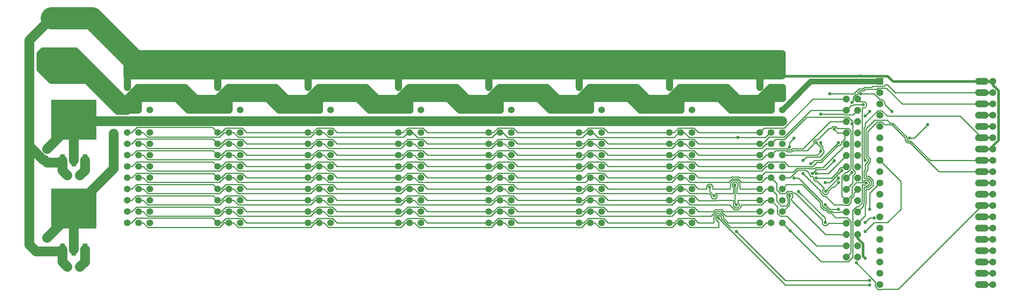
<source format=gbr>
G04 EAGLE Gerber RS-274X export*
G75*
%MOMM*%
%FSLAX34Y34*%
%LPD*%
%INTop Copper*%
%IPPOS*%
%AMOC8*
5,1,8,0,0,1.08239X$1,22.5*%
G01*
%ADD10R,1.508000X1.508000*%
%ADD11C,1.508000*%
%ADD12C,3.600000*%
%ADD13R,1.016000X2.692400*%
%ADD14R,10.160000X8.940800*%
%ADD15R,1.500000X1.270000*%
%ADD16R,1.600000X1.300000*%
%ADD17P,1.649562X8X112.500000*%
%ADD18R,1.560000X1.560000*%
%ADD19C,1.560000*%
%ADD20C,1.524000*%
%ADD21C,1.600000*%
%ADD22C,5.000000*%
%ADD23C,2.200000*%
%ADD24C,0.756400*%
%ADD25C,0.254000*%
%ADD26C,0.609600*%
%ADD27C,0.508000*%
%ADD28C,1.270000*%

G36*
X1723118Y532007D02*
X1723118Y532007D01*
X1723236Y532004D01*
X1723517Y532027D01*
X1723799Y532041D01*
X1723915Y532058D01*
X1724033Y532068D01*
X1724310Y532118D01*
X1724589Y532160D01*
X1724704Y532189D01*
X1724820Y532210D01*
X1725091Y532288D01*
X1725364Y532358D01*
X1725475Y532399D01*
X1725588Y532431D01*
X1725850Y532536D01*
X1726116Y532632D01*
X1726222Y532684D01*
X1726331Y532727D01*
X1726582Y532858D01*
X1726836Y532980D01*
X1726936Y533042D01*
X1727041Y533096D01*
X1727277Y533251D01*
X1727517Y533398D01*
X1727611Y533470D01*
X1727710Y533534D01*
X1727929Y533712D01*
X1728154Y533882D01*
X1728240Y533963D01*
X1728332Y534037D01*
X1728533Y534235D01*
X1728739Y534428D01*
X1728817Y534516D01*
X1728901Y534599D01*
X1729080Y534816D01*
X1729267Y535028D01*
X1729335Y535125D01*
X1729410Y535215D01*
X1729568Y535449D01*
X1729732Y535679D01*
X1729790Y535781D01*
X1729856Y535879D01*
X1729989Y536128D01*
X1730130Y536373D01*
X1730178Y536480D01*
X1730233Y536584D01*
X1730341Y536845D01*
X1730456Y537103D01*
X1730493Y537214D01*
X1730538Y537324D01*
X1730619Y537594D01*
X1730708Y537862D01*
X1730734Y537977D01*
X1730768Y538090D01*
X1730821Y538367D01*
X1730883Y538642D01*
X1730897Y538759D01*
X1730920Y538875D01*
X1730931Y539041D01*
X1730979Y539436D01*
X1730988Y539834D01*
X1730999Y540000D01*
X1730999Y590000D01*
X1730993Y590118D01*
X1730996Y590236D01*
X1730973Y590517D01*
X1730959Y590799D01*
X1730942Y590915D01*
X1730932Y591033D01*
X1730882Y591310D01*
X1730840Y591589D01*
X1730811Y591704D01*
X1730790Y591820D01*
X1730712Y592091D01*
X1730642Y592364D01*
X1730601Y592475D01*
X1730569Y592588D01*
X1730464Y592850D01*
X1730368Y593116D01*
X1730316Y593222D01*
X1730273Y593331D01*
X1730142Y593582D01*
X1730020Y593836D01*
X1729958Y593936D01*
X1729904Y594041D01*
X1729749Y594277D01*
X1729602Y594517D01*
X1729530Y594611D01*
X1729466Y594710D01*
X1729288Y594929D01*
X1729118Y595154D01*
X1729037Y595240D01*
X1728963Y595332D01*
X1728765Y595533D01*
X1728572Y595739D01*
X1728484Y595817D01*
X1728401Y595901D01*
X1728184Y596080D01*
X1727972Y596267D01*
X1727876Y596335D01*
X1727785Y596410D01*
X1727551Y596568D01*
X1727321Y596732D01*
X1727219Y596790D01*
X1727121Y596856D01*
X1726872Y596989D01*
X1726627Y597130D01*
X1726520Y597178D01*
X1726416Y597233D01*
X1726155Y597341D01*
X1725897Y597456D01*
X1725786Y597493D01*
X1725676Y597538D01*
X1725406Y597619D01*
X1725138Y597708D01*
X1725023Y597734D01*
X1724910Y597768D01*
X1724633Y597821D01*
X1724358Y597883D01*
X1724241Y597897D01*
X1724125Y597920D01*
X1723959Y597931D01*
X1723564Y597979D01*
X1723166Y597988D01*
X1723000Y597999D01*
X250000Y597999D01*
X249882Y597993D01*
X249765Y597996D01*
X249483Y597973D01*
X249201Y597959D01*
X249085Y597942D01*
X248967Y597932D01*
X248690Y597882D01*
X248411Y597840D01*
X248296Y597811D01*
X248180Y597790D01*
X247909Y597712D01*
X247636Y597642D01*
X247525Y597601D01*
X247412Y597569D01*
X247150Y597464D01*
X246885Y597368D01*
X246779Y597316D01*
X246669Y597273D01*
X246418Y597142D01*
X246164Y597020D01*
X246064Y596958D01*
X245959Y596904D01*
X245723Y596749D01*
X245483Y596602D01*
X245389Y596530D01*
X245290Y596466D01*
X245071Y596288D01*
X244846Y596118D01*
X244760Y596037D01*
X244668Y595963D01*
X244467Y595765D01*
X244261Y595572D01*
X244183Y595484D01*
X244099Y595401D01*
X243920Y595184D01*
X243733Y594972D01*
X243665Y594876D01*
X243590Y594785D01*
X243432Y594551D01*
X243268Y594321D01*
X243210Y594219D01*
X243144Y594121D01*
X243011Y593872D01*
X242870Y593627D01*
X242822Y593520D01*
X242767Y593416D01*
X242659Y593155D01*
X242544Y592897D01*
X242507Y592786D01*
X242462Y592676D01*
X242381Y592406D01*
X242292Y592138D01*
X242266Y592023D01*
X242232Y591910D01*
X242179Y591633D01*
X242117Y591358D01*
X242103Y591241D01*
X242080Y591125D01*
X242069Y590959D01*
X242021Y590564D01*
X242012Y590166D01*
X242001Y590000D01*
X242001Y540000D01*
X242007Y539882D01*
X242004Y539765D01*
X242027Y539483D01*
X242041Y539201D01*
X242058Y539085D01*
X242068Y538967D01*
X242118Y538690D01*
X242160Y538411D01*
X242189Y538296D01*
X242210Y538180D01*
X242288Y537909D01*
X242358Y537636D01*
X242399Y537525D01*
X242431Y537412D01*
X242536Y537150D01*
X242632Y536885D01*
X242684Y536779D01*
X242727Y536669D01*
X242858Y536418D01*
X242980Y536164D01*
X243042Y536064D01*
X243096Y535959D01*
X243251Y535723D01*
X243398Y535483D01*
X243470Y535389D01*
X243534Y535290D01*
X243712Y535071D01*
X243882Y534846D01*
X243963Y534760D01*
X244037Y534668D01*
X244235Y534467D01*
X244428Y534261D01*
X244516Y534183D01*
X244599Y534099D01*
X244816Y533920D01*
X245028Y533733D01*
X245125Y533665D01*
X245215Y533590D01*
X245449Y533432D01*
X245679Y533268D01*
X245781Y533210D01*
X245879Y533144D01*
X246128Y533011D01*
X246373Y532870D01*
X246480Y532822D01*
X246584Y532767D01*
X246845Y532659D01*
X247103Y532544D01*
X247214Y532507D01*
X247324Y532462D01*
X247594Y532381D01*
X247862Y532292D01*
X247977Y532266D01*
X248090Y532232D01*
X248367Y532179D01*
X248642Y532117D01*
X248759Y532103D01*
X248875Y532080D01*
X249041Y532069D01*
X249436Y532021D01*
X249834Y532012D01*
X250000Y532001D01*
X1723000Y532001D01*
X1723118Y532007D01*
G37*
G36*
X250118Y452007D02*
X250118Y452007D01*
X250236Y452004D01*
X250517Y452027D01*
X250799Y452041D01*
X250915Y452058D01*
X251033Y452068D01*
X251310Y452118D01*
X251589Y452160D01*
X251704Y452189D01*
X251820Y452210D01*
X252091Y452288D01*
X252364Y452358D01*
X252475Y452399D01*
X252588Y452431D01*
X252850Y452536D01*
X253116Y452632D01*
X253222Y452684D01*
X253331Y452727D01*
X253582Y452858D01*
X253836Y452980D01*
X253936Y453042D01*
X254041Y453096D01*
X254277Y453251D01*
X254517Y453398D01*
X254611Y453470D01*
X254710Y453534D01*
X254929Y453712D01*
X255154Y453882D01*
X255240Y453963D01*
X255332Y454037D01*
X255533Y454235D01*
X255739Y454428D01*
X255817Y454516D01*
X255901Y454599D01*
X256080Y454816D01*
X256242Y455001D01*
X275000Y455001D01*
X275118Y455007D01*
X275236Y455004D01*
X275517Y455027D01*
X275799Y455041D01*
X275915Y455058D01*
X276033Y455068D01*
X276310Y455118D01*
X276589Y455160D01*
X276704Y455189D01*
X276820Y455210D01*
X277091Y455288D01*
X277364Y455358D01*
X277475Y455399D01*
X277588Y455431D01*
X277850Y455536D01*
X278116Y455632D01*
X278222Y455684D01*
X278331Y455727D01*
X278582Y455858D01*
X278836Y455980D01*
X278936Y456042D01*
X279041Y456096D01*
X279277Y456251D01*
X279517Y456398D01*
X279611Y456470D01*
X279710Y456534D01*
X279929Y456712D01*
X280154Y456882D01*
X280240Y456963D01*
X280332Y457037D01*
X280533Y457235D01*
X280739Y457428D01*
X280817Y457516D01*
X280901Y457599D01*
X281080Y457816D01*
X281267Y458028D01*
X281335Y458125D01*
X281410Y458215D01*
X281568Y458449D01*
X281732Y458679D01*
X281790Y458781D01*
X281856Y458879D01*
X281989Y459128D01*
X282130Y459373D01*
X282178Y459480D01*
X282233Y459584D01*
X282341Y459845D01*
X282456Y460103D01*
X282493Y460214D01*
X282538Y460324D01*
X282619Y460594D01*
X282708Y460862D01*
X282734Y460977D01*
X282768Y461090D01*
X282821Y461367D01*
X282883Y461642D01*
X282897Y461759D01*
X282920Y461875D01*
X282931Y462041D01*
X282979Y462436D01*
X282988Y462834D01*
X282999Y463000D01*
X282999Y481001D01*
X358687Y481001D01*
X382344Y457344D01*
X382475Y457225D01*
X382599Y457099D01*
X382771Y456957D01*
X382937Y456807D01*
X383079Y456702D01*
X383215Y456590D01*
X383401Y456465D01*
X383580Y456333D01*
X383732Y456243D01*
X383879Y456144D01*
X384076Y456038D01*
X384268Y455925D01*
X384428Y455850D01*
X384584Y455767D01*
X384791Y455682D01*
X384993Y455587D01*
X385160Y455529D01*
X385324Y455462D01*
X385538Y455398D01*
X385748Y455324D01*
X385920Y455283D01*
X386090Y455232D01*
X386309Y455190D01*
X386526Y455138D01*
X386701Y455114D01*
X386875Y455080D01*
X387027Y455070D01*
X387319Y455030D01*
X387858Y455011D01*
X388000Y455001D01*
X479000Y455001D01*
X479118Y455007D01*
X479236Y455004D01*
X479517Y455027D01*
X479799Y455041D01*
X479915Y455058D01*
X480033Y455068D01*
X480310Y455118D01*
X480589Y455160D01*
X480704Y455189D01*
X480820Y455210D01*
X481091Y455288D01*
X481364Y455358D01*
X481475Y455399D01*
X481588Y455431D01*
X481850Y455536D01*
X482116Y455632D01*
X482222Y455684D01*
X482331Y455727D01*
X482582Y455858D01*
X482836Y455980D01*
X482936Y456042D01*
X483041Y456096D01*
X483277Y456251D01*
X483517Y456398D01*
X483611Y456470D01*
X483710Y456534D01*
X483929Y456712D01*
X484154Y456882D01*
X484240Y456963D01*
X484332Y457037D01*
X484533Y457235D01*
X484739Y457428D01*
X484817Y457516D01*
X484901Y457599D01*
X485080Y457816D01*
X485267Y458028D01*
X485335Y458125D01*
X485410Y458215D01*
X485568Y458449D01*
X485732Y458679D01*
X485790Y458781D01*
X485856Y458879D01*
X485989Y459128D01*
X486130Y459373D01*
X486178Y459480D01*
X486233Y459584D01*
X486341Y459845D01*
X486456Y460103D01*
X486493Y460214D01*
X486538Y460324D01*
X486619Y460594D01*
X486708Y460862D01*
X486734Y460977D01*
X486768Y461090D01*
X486821Y461367D01*
X486883Y461642D01*
X486897Y461759D01*
X486920Y461875D01*
X486931Y462041D01*
X486979Y462436D01*
X486988Y462834D01*
X486999Y463000D01*
X486999Y481001D01*
X562687Y481001D01*
X586344Y457344D01*
X586475Y457225D01*
X586599Y457099D01*
X586771Y456957D01*
X586937Y456807D01*
X587079Y456702D01*
X587215Y456590D01*
X587401Y456465D01*
X587580Y456333D01*
X587732Y456243D01*
X587879Y456144D01*
X588076Y456038D01*
X588268Y455925D01*
X588428Y455850D01*
X588584Y455767D01*
X588791Y455682D01*
X588993Y455587D01*
X589160Y455529D01*
X589324Y455462D01*
X589538Y455398D01*
X589748Y455324D01*
X589920Y455283D01*
X590090Y455232D01*
X590309Y455190D01*
X590526Y455138D01*
X590701Y455114D01*
X590875Y455080D01*
X591027Y455070D01*
X591319Y455030D01*
X591858Y455011D01*
X592000Y455001D01*
X683000Y455001D01*
X683118Y455007D01*
X683236Y455004D01*
X683517Y455027D01*
X683799Y455041D01*
X683915Y455058D01*
X684033Y455068D01*
X684310Y455118D01*
X684589Y455160D01*
X684704Y455189D01*
X684820Y455210D01*
X685091Y455288D01*
X685364Y455358D01*
X685475Y455399D01*
X685588Y455431D01*
X685850Y455536D01*
X686116Y455632D01*
X686222Y455684D01*
X686331Y455727D01*
X686582Y455858D01*
X686836Y455980D01*
X686936Y456042D01*
X687041Y456096D01*
X687277Y456251D01*
X687517Y456398D01*
X687611Y456470D01*
X687710Y456534D01*
X687929Y456712D01*
X688154Y456882D01*
X688240Y456963D01*
X688332Y457037D01*
X688533Y457235D01*
X688739Y457428D01*
X688817Y457516D01*
X688901Y457599D01*
X689080Y457816D01*
X689267Y458028D01*
X689335Y458125D01*
X689410Y458215D01*
X689568Y458449D01*
X689732Y458679D01*
X689790Y458781D01*
X689856Y458879D01*
X689989Y459128D01*
X690130Y459373D01*
X690178Y459480D01*
X690233Y459584D01*
X690341Y459845D01*
X690456Y460103D01*
X690493Y460214D01*
X690538Y460324D01*
X690619Y460594D01*
X690708Y460862D01*
X690734Y460977D01*
X690768Y461090D01*
X690821Y461367D01*
X690883Y461642D01*
X690897Y461759D01*
X690920Y461875D01*
X690931Y462041D01*
X690979Y462436D01*
X690988Y462834D01*
X690999Y463000D01*
X690999Y481001D01*
X765887Y481001D01*
X789544Y457344D01*
X789675Y457225D01*
X789799Y457099D01*
X789971Y456957D01*
X790137Y456807D01*
X790279Y456702D01*
X790415Y456590D01*
X790601Y456465D01*
X790780Y456333D01*
X790932Y456243D01*
X791079Y456144D01*
X791276Y456038D01*
X791468Y455925D01*
X791628Y455850D01*
X791784Y455767D01*
X791991Y455682D01*
X792193Y455587D01*
X792360Y455529D01*
X792524Y455462D01*
X792738Y455398D01*
X792948Y455324D01*
X793120Y455283D01*
X793290Y455232D01*
X793509Y455190D01*
X793726Y455138D01*
X793901Y455114D01*
X794075Y455080D01*
X794227Y455070D01*
X794519Y455030D01*
X795058Y455011D01*
X795200Y455001D01*
X886200Y455001D01*
X886318Y455007D01*
X886436Y455004D01*
X886717Y455027D01*
X886999Y455041D01*
X887115Y455058D01*
X887233Y455068D01*
X887510Y455118D01*
X887789Y455160D01*
X887904Y455189D01*
X888020Y455210D01*
X888291Y455288D01*
X888564Y455358D01*
X888675Y455399D01*
X888788Y455431D01*
X889050Y455536D01*
X889316Y455632D01*
X889422Y455684D01*
X889531Y455727D01*
X889782Y455858D01*
X890036Y455980D01*
X890136Y456042D01*
X890241Y456096D01*
X890477Y456251D01*
X890717Y456398D01*
X890811Y456470D01*
X890910Y456534D01*
X891129Y456712D01*
X891354Y456882D01*
X891440Y456963D01*
X891532Y457037D01*
X891733Y457235D01*
X891939Y457428D01*
X892017Y457516D01*
X892101Y457599D01*
X892280Y457816D01*
X892467Y458028D01*
X892535Y458125D01*
X892610Y458215D01*
X892768Y458449D01*
X892932Y458679D01*
X892990Y458781D01*
X893056Y458879D01*
X893189Y459128D01*
X893330Y459373D01*
X893378Y459480D01*
X893433Y459584D01*
X893541Y459845D01*
X893656Y460103D01*
X893693Y460214D01*
X893738Y460324D01*
X893819Y460594D01*
X893908Y460862D01*
X893934Y460977D01*
X893968Y461090D01*
X894021Y461367D01*
X894083Y461642D01*
X894097Y461759D01*
X894120Y461875D01*
X894131Y462041D01*
X894179Y462436D01*
X894188Y462834D01*
X894199Y463000D01*
X894199Y481001D01*
X969087Y481001D01*
X992744Y457344D01*
X992875Y457225D01*
X992999Y457099D01*
X993171Y456957D01*
X993337Y456807D01*
X993479Y456702D01*
X993615Y456590D01*
X993801Y456465D01*
X993980Y456333D01*
X994132Y456243D01*
X994279Y456144D01*
X994476Y456038D01*
X994668Y455925D01*
X994828Y455850D01*
X994984Y455767D01*
X995191Y455682D01*
X995393Y455587D01*
X995560Y455529D01*
X995724Y455462D01*
X995938Y455398D01*
X996148Y455324D01*
X996320Y455283D01*
X996490Y455232D01*
X996709Y455190D01*
X996926Y455138D01*
X997101Y455114D01*
X997275Y455080D01*
X997427Y455070D01*
X997719Y455030D01*
X998258Y455011D01*
X998400Y455001D01*
X1089400Y455001D01*
X1089518Y455007D01*
X1089636Y455004D01*
X1089917Y455027D01*
X1090199Y455041D01*
X1090315Y455058D01*
X1090433Y455068D01*
X1090710Y455118D01*
X1090989Y455160D01*
X1091104Y455189D01*
X1091220Y455210D01*
X1091491Y455288D01*
X1091764Y455358D01*
X1091875Y455399D01*
X1091988Y455431D01*
X1092250Y455536D01*
X1092516Y455632D01*
X1092622Y455684D01*
X1092731Y455727D01*
X1092982Y455858D01*
X1093236Y455980D01*
X1093336Y456042D01*
X1093441Y456096D01*
X1093677Y456251D01*
X1093917Y456398D01*
X1094011Y456470D01*
X1094110Y456534D01*
X1094329Y456712D01*
X1094554Y456882D01*
X1094640Y456963D01*
X1094732Y457037D01*
X1094933Y457235D01*
X1095139Y457428D01*
X1095217Y457516D01*
X1095301Y457599D01*
X1095480Y457816D01*
X1095667Y458028D01*
X1095735Y458125D01*
X1095810Y458215D01*
X1095968Y458449D01*
X1096132Y458679D01*
X1096190Y458781D01*
X1096256Y458879D01*
X1096389Y459128D01*
X1096530Y459373D01*
X1096578Y459480D01*
X1096633Y459584D01*
X1096741Y459845D01*
X1096856Y460103D01*
X1096893Y460214D01*
X1096938Y460324D01*
X1097019Y460594D01*
X1097108Y460862D01*
X1097134Y460977D01*
X1097168Y461090D01*
X1097221Y461367D01*
X1097283Y461642D01*
X1097297Y461759D01*
X1097320Y461875D01*
X1097331Y462041D01*
X1097379Y462436D01*
X1097388Y462834D01*
X1097399Y463000D01*
X1097399Y481001D01*
X1172287Y481001D01*
X1195944Y457344D01*
X1196075Y457225D01*
X1196199Y457099D01*
X1196371Y456957D01*
X1196537Y456807D01*
X1196679Y456702D01*
X1196815Y456590D01*
X1197001Y456465D01*
X1197180Y456333D01*
X1197332Y456243D01*
X1197479Y456144D01*
X1197676Y456038D01*
X1197868Y455925D01*
X1198028Y455850D01*
X1198184Y455767D01*
X1198391Y455682D01*
X1198593Y455587D01*
X1198760Y455529D01*
X1198924Y455462D01*
X1199138Y455398D01*
X1199348Y455324D01*
X1199520Y455283D01*
X1199690Y455232D01*
X1199909Y455190D01*
X1200126Y455138D01*
X1200301Y455114D01*
X1200475Y455080D01*
X1200627Y455070D01*
X1200919Y455030D01*
X1201458Y455011D01*
X1201600Y455001D01*
X1292600Y455001D01*
X1292718Y455007D01*
X1292836Y455004D01*
X1293117Y455027D01*
X1293399Y455041D01*
X1293515Y455058D01*
X1293633Y455068D01*
X1293910Y455118D01*
X1294189Y455160D01*
X1294304Y455189D01*
X1294420Y455210D01*
X1294691Y455288D01*
X1294964Y455358D01*
X1295075Y455399D01*
X1295188Y455431D01*
X1295450Y455536D01*
X1295716Y455632D01*
X1295822Y455684D01*
X1295931Y455727D01*
X1296182Y455858D01*
X1296436Y455980D01*
X1296536Y456042D01*
X1296641Y456096D01*
X1296877Y456251D01*
X1297117Y456398D01*
X1297211Y456470D01*
X1297310Y456534D01*
X1297529Y456712D01*
X1297754Y456882D01*
X1297840Y456963D01*
X1297932Y457037D01*
X1298133Y457235D01*
X1298339Y457428D01*
X1298417Y457516D01*
X1298501Y457599D01*
X1298680Y457816D01*
X1298867Y458028D01*
X1298935Y458125D01*
X1299010Y458215D01*
X1299168Y458449D01*
X1299332Y458679D01*
X1299390Y458781D01*
X1299456Y458879D01*
X1299589Y459128D01*
X1299730Y459373D01*
X1299778Y459480D01*
X1299833Y459584D01*
X1299941Y459845D01*
X1300056Y460103D01*
X1300093Y460214D01*
X1300138Y460324D01*
X1300219Y460594D01*
X1300308Y460862D01*
X1300334Y460977D01*
X1300368Y461090D01*
X1300421Y461367D01*
X1300483Y461642D01*
X1300497Y461759D01*
X1300520Y461875D01*
X1300531Y462041D01*
X1300579Y462436D01*
X1300588Y462834D01*
X1300599Y463000D01*
X1300599Y481001D01*
X1375287Y481001D01*
X1398944Y457344D01*
X1399075Y457225D01*
X1399199Y457099D01*
X1399371Y456957D01*
X1399537Y456807D01*
X1399679Y456702D01*
X1399815Y456590D01*
X1400001Y456465D01*
X1400180Y456333D01*
X1400332Y456243D01*
X1400479Y456144D01*
X1400676Y456038D01*
X1400868Y455925D01*
X1401028Y455850D01*
X1401184Y455767D01*
X1401391Y455682D01*
X1401593Y455587D01*
X1401760Y455529D01*
X1401924Y455462D01*
X1402138Y455398D01*
X1402348Y455324D01*
X1402520Y455283D01*
X1402690Y455232D01*
X1402909Y455190D01*
X1403126Y455138D01*
X1403301Y455114D01*
X1403475Y455080D01*
X1403627Y455070D01*
X1403919Y455030D01*
X1404458Y455011D01*
X1404600Y455001D01*
X1495600Y455001D01*
X1495718Y455007D01*
X1495836Y455004D01*
X1496117Y455027D01*
X1496399Y455041D01*
X1496515Y455058D01*
X1496633Y455068D01*
X1496910Y455118D01*
X1497189Y455160D01*
X1497304Y455189D01*
X1497420Y455210D01*
X1497691Y455288D01*
X1497964Y455358D01*
X1498075Y455399D01*
X1498188Y455431D01*
X1498450Y455536D01*
X1498716Y455632D01*
X1498822Y455684D01*
X1498931Y455727D01*
X1499182Y455858D01*
X1499436Y455980D01*
X1499536Y456042D01*
X1499641Y456096D01*
X1499877Y456251D01*
X1500117Y456398D01*
X1500211Y456470D01*
X1500310Y456534D01*
X1500529Y456712D01*
X1500754Y456882D01*
X1500840Y456963D01*
X1500932Y457037D01*
X1501133Y457235D01*
X1501339Y457428D01*
X1501417Y457516D01*
X1501501Y457599D01*
X1501680Y457816D01*
X1501867Y458028D01*
X1501935Y458125D01*
X1502010Y458215D01*
X1502168Y458449D01*
X1502332Y458679D01*
X1502390Y458781D01*
X1502456Y458879D01*
X1502589Y459128D01*
X1502730Y459373D01*
X1502778Y459480D01*
X1502833Y459584D01*
X1502941Y459845D01*
X1503056Y460103D01*
X1503093Y460214D01*
X1503138Y460324D01*
X1503219Y460594D01*
X1503308Y460862D01*
X1503334Y460977D01*
X1503368Y461090D01*
X1503421Y461367D01*
X1503483Y461642D01*
X1503497Y461759D01*
X1503520Y461875D01*
X1503531Y462041D01*
X1503579Y462436D01*
X1503588Y462834D01*
X1503599Y463000D01*
X1503599Y481001D01*
X1578487Y481001D01*
X1602144Y457344D01*
X1602275Y457225D01*
X1602399Y457099D01*
X1602571Y456957D01*
X1602737Y456807D01*
X1602879Y456702D01*
X1603015Y456590D01*
X1603201Y456465D01*
X1603380Y456333D01*
X1603532Y456243D01*
X1603679Y456144D01*
X1603876Y456038D01*
X1604068Y455925D01*
X1604228Y455850D01*
X1604384Y455767D01*
X1604591Y455682D01*
X1604793Y455587D01*
X1604960Y455529D01*
X1605124Y455462D01*
X1605338Y455398D01*
X1605548Y455324D01*
X1605720Y455283D01*
X1605890Y455232D01*
X1606109Y455190D01*
X1606326Y455138D01*
X1606501Y455114D01*
X1606675Y455080D01*
X1606827Y455070D01*
X1607119Y455030D01*
X1607658Y455011D01*
X1607800Y455001D01*
X1698800Y455001D01*
X1698918Y455007D01*
X1699036Y455004D01*
X1699317Y455027D01*
X1699599Y455041D01*
X1699715Y455058D01*
X1699833Y455068D01*
X1700110Y455118D01*
X1700389Y455160D01*
X1700504Y455189D01*
X1700620Y455210D01*
X1700891Y455288D01*
X1701164Y455358D01*
X1701275Y455399D01*
X1701388Y455431D01*
X1701650Y455536D01*
X1701916Y455632D01*
X1702022Y455684D01*
X1702131Y455727D01*
X1702382Y455858D01*
X1702636Y455980D01*
X1702736Y456042D01*
X1702841Y456096D01*
X1703077Y456251D01*
X1703317Y456398D01*
X1703411Y456470D01*
X1703510Y456534D01*
X1703729Y456712D01*
X1703954Y456882D01*
X1704040Y456963D01*
X1704132Y457037D01*
X1704333Y457235D01*
X1704539Y457428D01*
X1704617Y457516D01*
X1704701Y457599D01*
X1704880Y457816D01*
X1705067Y458028D01*
X1705135Y458125D01*
X1705210Y458215D01*
X1705368Y458449D01*
X1705532Y458679D01*
X1705590Y458781D01*
X1705656Y458879D01*
X1705789Y459128D01*
X1705930Y459373D01*
X1705978Y459480D01*
X1706033Y459584D01*
X1706141Y459845D01*
X1706256Y460103D01*
X1706293Y460214D01*
X1706338Y460324D01*
X1706419Y460594D01*
X1706508Y460862D01*
X1706534Y460977D01*
X1706568Y461090D01*
X1706621Y461367D01*
X1706683Y461642D01*
X1706697Y461759D01*
X1706720Y461875D01*
X1706731Y462041D01*
X1706779Y462436D01*
X1706788Y462834D01*
X1706799Y463000D01*
X1706799Y481001D01*
X1723800Y481001D01*
X1723918Y481007D01*
X1724036Y481004D01*
X1724317Y481027D01*
X1724599Y481041D01*
X1724715Y481058D01*
X1724833Y481068D01*
X1725110Y481118D01*
X1725389Y481160D01*
X1725504Y481189D01*
X1725620Y481210D01*
X1725891Y481288D01*
X1726164Y481358D01*
X1726275Y481399D01*
X1726388Y481431D01*
X1726650Y481536D01*
X1726916Y481632D01*
X1727022Y481684D01*
X1727131Y481727D01*
X1727382Y481858D01*
X1727636Y481980D01*
X1727736Y482042D01*
X1727841Y482096D01*
X1728077Y482251D01*
X1728317Y482398D01*
X1728411Y482470D01*
X1728510Y482534D01*
X1728729Y482712D01*
X1728954Y482882D01*
X1729040Y482963D01*
X1729132Y483037D01*
X1729333Y483235D01*
X1729539Y483428D01*
X1729617Y483516D01*
X1729701Y483599D01*
X1729880Y483816D01*
X1730067Y484028D01*
X1730135Y484125D01*
X1730210Y484215D01*
X1730368Y484449D01*
X1730532Y484679D01*
X1730590Y484781D01*
X1730656Y484879D01*
X1730789Y485128D01*
X1730930Y485373D01*
X1730978Y485480D01*
X1731033Y485584D01*
X1731141Y485845D01*
X1731256Y486103D01*
X1731293Y486214D01*
X1731338Y486324D01*
X1731419Y486594D01*
X1731508Y486862D01*
X1731534Y486977D01*
X1731568Y487090D01*
X1731621Y487367D01*
X1731683Y487642D01*
X1731697Y487759D01*
X1731720Y487875D01*
X1731731Y488041D01*
X1731779Y488436D01*
X1731788Y488834D01*
X1731799Y489000D01*
X1731799Y514000D01*
X1731793Y514118D01*
X1731796Y514236D01*
X1731773Y514517D01*
X1731759Y514799D01*
X1731742Y514915D01*
X1731732Y515033D01*
X1731682Y515310D01*
X1731640Y515589D01*
X1731611Y515704D01*
X1731590Y515820D01*
X1731512Y516091D01*
X1731442Y516364D01*
X1731401Y516475D01*
X1731369Y516588D01*
X1731264Y516850D01*
X1731168Y517116D01*
X1731116Y517222D01*
X1731073Y517331D01*
X1730942Y517582D01*
X1730820Y517836D01*
X1730758Y517936D01*
X1730704Y518041D01*
X1730549Y518277D01*
X1730402Y518517D01*
X1730330Y518611D01*
X1730266Y518710D01*
X1730088Y518929D01*
X1729918Y519154D01*
X1729837Y519240D01*
X1729763Y519332D01*
X1729565Y519533D01*
X1729372Y519739D01*
X1729284Y519817D01*
X1729201Y519901D01*
X1728984Y520080D01*
X1728772Y520267D01*
X1728676Y520335D01*
X1728585Y520410D01*
X1728351Y520568D01*
X1728121Y520732D01*
X1728019Y520790D01*
X1727921Y520856D01*
X1727672Y520989D01*
X1727427Y521130D01*
X1727320Y521178D01*
X1727216Y521233D01*
X1726955Y521341D01*
X1726697Y521456D01*
X1726586Y521493D01*
X1726476Y521538D01*
X1726206Y521619D01*
X1725938Y521708D01*
X1725823Y521734D01*
X1725710Y521768D01*
X1725433Y521821D01*
X1725158Y521883D01*
X1725041Y521897D01*
X1724925Y521920D01*
X1724759Y521931D01*
X1724364Y521979D01*
X1723966Y521988D01*
X1723800Y521999D01*
X1698800Y521999D01*
X1698623Y521990D01*
X1698447Y521991D01*
X1698225Y521970D01*
X1698001Y521959D01*
X1697911Y521946D01*
X1697881Y521951D01*
X1697663Y521964D01*
X1697447Y521987D01*
X1697264Y521988D01*
X1697083Y521999D01*
X1696865Y521990D01*
X1696647Y521991D01*
X1696465Y521974D01*
X1696284Y521967D01*
X1696068Y521937D01*
X1695851Y521916D01*
X1695672Y521881D01*
X1695492Y521856D01*
X1695280Y521804D01*
X1695066Y521762D01*
X1694891Y521709D01*
X1694715Y521666D01*
X1694510Y521593D01*
X1694301Y521530D01*
X1694132Y521460D01*
X1693961Y521399D01*
X1693764Y521307D01*
X1693562Y521223D01*
X1693402Y521136D01*
X1693237Y521059D01*
X1693050Y520947D01*
X1692858Y520844D01*
X1692708Y520742D01*
X1692551Y520648D01*
X1692376Y520518D01*
X1692196Y520396D01*
X1692096Y520309D01*
X1691910Y520171D01*
X1691394Y519700D01*
X1691344Y519656D01*
X1668687Y496999D01*
X1628113Y496999D01*
X1605456Y519656D01*
X1605325Y519775D01*
X1605201Y519901D01*
X1605029Y520043D01*
X1604863Y520193D01*
X1604721Y520298D01*
X1604585Y520410D01*
X1604399Y520535D01*
X1604220Y520667D01*
X1604068Y520757D01*
X1603921Y520856D01*
X1603724Y520962D01*
X1603532Y521075D01*
X1603372Y521150D01*
X1603216Y521233D01*
X1603009Y521318D01*
X1602807Y521413D01*
X1602640Y521471D01*
X1602476Y521538D01*
X1602262Y521602D01*
X1602052Y521676D01*
X1601880Y521717D01*
X1601710Y521768D01*
X1601491Y521810D01*
X1601274Y521862D01*
X1601099Y521886D01*
X1600925Y521920D01*
X1600773Y521930D01*
X1600481Y521970D01*
X1599942Y521989D01*
X1599800Y521999D01*
X1493800Y521999D01*
X1493623Y521990D01*
X1493447Y521991D01*
X1493225Y521970D01*
X1493001Y521959D01*
X1492826Y521933D01*
X1492651Y521916D01*
X1492431Y521873D01*
X1492211Y521840D01*
X1492040Y521796D01*
X1491866Y521762D01*
X1491652Y521697D01*
X1491436Y521642D01*
X1491270Y521581D01*
X1491101Y521530D01*
X1490894Y521444D01*
X1490685Y521368D01*
X1490526Y521291D01*
X1490362Y521223D01*
X1490165Y521117D01*
X1489964Y521020D01*
X1489814Y520927D01*
X1489658Y520844D01*
X1489473Y520719D01*
X1489283Y520602D01*
X1489142Y520495D01*
X1488996Y520396D01*
X1488881Y520296D01*
X1488646Y520118D01*
X1488251Y519749D01*
X1488144Y519656D01*
X1465487Y496999D01*
X1424913Y496999D01*
X1402256Y519656D01*
X1402125Y519775D01*
X1402001Y519901D01*
X1401829Y520043D01*
X1401663Y520193D01*
X1401521Y520298D01*
X1401385Y520410D01*
X1401199Y520535D01*
X1401020Y520667D01*
X1400868Y520757D01*
X1400721Y520856D01*
X1400524Y520962D01*
X1400332Y521075D01*
X1400172Y521150D01*
X1400016Y521233D01*
X1399809Y521318D01*
X1399607Y521413D01*
X1399440Y521471D01*
X1399276Y521538D01*
X1399062Y521602D01*
X1398852Y521676D01*
X1398680Y521717D01*
X1398510Y521768D01*
X1398291Y521810D01*
X1398074Y521862D01*
X1397899Y521886D01*
X1397725Y521920D01*
X1397573Y521930D01*
X1397281Y521970D01*
X1396742Y521989D01*
X1396600Y521999D01*
X1290600Y521999D01*
X1290423Y521990D01*
X1290247Y521991D01*
X1290025Y521970D01*
X1289801Y521959D01*
X1289626Y521933D01*
X1289451Y521916D01*
X1289231Y521873D01*
X1289011Y521840D01*
X1288840Y521796D01*
X1288666Y521762D01*
X1288452Y521697D01*
X1288236Y521642D01*
X1288070Y521581D01*
X1287901Y521530D01*
X1287694Y521444D01*
X1287485Y521368D01*
X1287326Y521291D01*
X1287162Y521223D01*
X1286965Y521117D01*
X1286764Y521020D01*
X1286614Y520927D01*
X1286458Y520844D01*
X1286273Y520719D01*
X1286083Y520602D01*
X1285942Y520495D01*
X1285796Y520396D01*
X1285681Y520296D01*
X1285446Y520118D01*
X1285051Y519749D01*
X1284944Y519656D01*
X1262287Y496999D01*
X1221913Y496999D01*
X1199256Y519656D01*
X1199125Y519775D01*
X1199001Y519901D01*
X1198829Y520043D01*
X1198663Y520193D01*
X1198521Y520298D01*
X1198385Y520410D01*
X1198199Y520535D01*
X1198020Y520667D01*
X1197868Y520757D01*
X1197721Y520856D01*
X1197524Y520962D01*
X1197332Y521075D01*
X1197172Y521150D01*
X1197016Y521233D01*
X1196809Y521318D01*
X1196607Y521413D01*
X1196440Y521471D01*
X1196276Y521538D01*
X1196062Y521602D01*
X1195852Y521676D01*
X1195680Y521717D01*
X1195510Y521768D01*
X1195291Y521810D01*
X1195074Y521862D01*
X1194899Y521886D01*
X1194725Y521920D01*
X1194573Y521930D01*
X1194281Y521970D01*
X1193742Y521989D01*
X1193600Y521999D01*
X1087600Y521999D01*
X1087423Y521990D01*
X1087247Y521991D01*
X1087025Y521970D01*
X1086801Y521959D01*
X1086626Y521933D01*
X1086451Y521916D01*
X1086231Y521873D01*
X1086011Y521840D01*
X1085840Y521796D01*
X1085666Y521762D01*
X1085452Y521697D01*
X1085236Y521642D01*
X1085070Y521581D01*
X1084901Y521530D01*
X1084694Y521444D01*
X1084485Y521368D01*
X1084326Y521291D01*
X1084162Y521223D01*
X1083965Y521117D01*
X1083764Y521020D01*
X1083614Y520927D01*
X1083458Y520844D01*
X1083273Y520719D01*
X1083083Y520602D01*
X1082942Y520495D01*
X1082796Y520396D01*
X1082681Y520296D01*
X1082446Y520118D01*
X1082051Y519749D01*
X1081944Y519656D01*
X1059287Y496999D01*
X1018713Y496999D01*
X996056Y519656D01*
X995925Y519775D01*
X995801Y519901D01*
X995629Y520043D01*
X995463Y520193D01*
X995321Y520298D01*
X995185Y520410D01*
X994999Y520535D01*
X994820Y520667D01*
X994668Y520757D01*
X994521Y520856D01*
X994324Y520962D01*
X994132Y521075D01*
X993972Y521150D01*
X993816Y521233D01*
X993609Y521318D01*
X993407Y521413D01*
X993240Y521471D01*
X993076Y521538D01*
X992862Y521602D01*
X992652Y521676D01*
X992480Y521717D01*
X992310Y521768D01*
X992091Y521810D01*
X991874Y521862D01*
X991699Y521886D01*
X991525Y521920D01*
X991373Y521930D01*
X991081Y521970D01*
X990542Y521989D01*
X990400Y521999D01*
X884400Y521999D01*
X884223Y521990D01*
X884047Y521991D01*
X883825Y521970D01*
X883601Y521959D01*
X883426Y521933D01*
X883251Y521916D01*
X883031Y521873D01*
X882811Y521840D01*
X882640Y521796D01*
X882466Y521762D01*
X882252Y521697D01*
X882036Y521642D01*
X881870Y521581D01*
X881701Y521530D01*
X881494Y521444D01*
X881285Y521368D01*
X881126Y521291D01*
X880962Y521223D01*
X880765Y521117D01*
X880564Y521020D01*
X880414Y520927D01*
X880258Y520844D01*
X880073Y520719D01*
X879883Y520602D01*
X879742Y520495D01*
X879596Y520396D01*
X879481Y520296D01*
X879246Y520118D01*
X878851Y519749D01*
X878744Y519656D01*
X856087Y496999D01*
X815513Y496999D01*
X792856Y519656D01*
X792725Y519775D01*
X792601Y519901D01*
X792429Y520043D01*
X792263Y520193D01*
X792121Y520298D01*
X791985Y520410D01*
X791799Y520535D01*
X791620Y520667D01*
X791468Y520757D01*
X791321Y520856D01*
X791124Y520962D01*
X790932Y521075D01*
X790772Y521150D01*
X790616Y521233D01*
X790409Y521318D01*
X790207Y521413D01*
X790040Y521471D01*
X789876Y521538D01*
X789662Y521602D01*
X789452Y521676D01*
X789280Y521717D01*
X789110Y521768D01*
X788891Y521810D01*
X788674Y521862D01*
X788499Y521886D01*
X788325Y521920D01*
X788173Y521930D01*
X787881Y521970D01*
X787342Y521989D01*
X787200Y521999D01*
X681200Y521999D01*
X681023Y521990D01*
X680847Y521991D01*
X680625Y521970D01*
X680401Y521959D01*
X680226Y521933D01*
X680051Y521916D01*
X679831Y521873D01*
X679611Y521840D01*
X679440Y521796D01*
X679266Y521762D01*
X679052Y521697D01*
X678836Y521642D01*
X678670Y521581D01*
X678501Y521530D01*
X678294Y521444D01*
X678085Y521368D01*
X677926Y521291D01*
X677762Y521223D01*
X677565Y521117D01*
X677364Y521020D01*
X677214Y520927D01*
X677058Y520844D01*
X676873Y520719D01*
X676683Y520602D01*
X676542Y520495D01*
X676396Y520396D01*
X676281Y520296D01*
X676046Y520118D01*
X675651Y519749D01*
X675544Y519656D01*
X652887Y496999D01*
X612313Y496999D01*
X589656Y519656D01*
X589525Y519775D01*
X589401Y519901D01*
X589229Y520043D01*
X589063Y520193D01*
X588921Y520298D01*
X588785Y520410D01*
X588599Y520535D01*
X588420Y520667D01*
X588268Y520757D01*
X588121Y520856D01*
X587924Y520962D01*
X587732Y521075D01*
X587572Y521150D01*
X587416Y521233D01*
X587209Y521318D01*
X587007Y521413D01*
X586840Y521471D01*
X586676Y521538D01*
X586462Y521602D01*
X586252Y521676D01*
X586080Y521717D01*
X585910Y521768D01*
X585691Y521810D01*
X585474Y521862D01*
X585299Y521886D01*
X585125Y521920D01*
X584973Y521930D01*
X584681Y521970D01*
X584142Y521989D01*
X584000Y521999D01*
X478000Y521999D01*
X477823Y521990D01*
X477647Y521991D01*
X477425Y521970D01*
X477201Y521959D01*
X477026Y521933D01*
X476851Y521916D01*
X476631Y521873D01*
X476411Y521840D01*
X476240Y521796D01*
X476066Y521762D01*
X475852Y521697D01*
X475636Y521642D01*
X475470Y521581D01*
X475301Y521530D01*
X475094Y521444D01*
X474885Y521368D01*
X474726Y521291D01*
X474562Y521223D01*
X474365Y521117D01*
X474164Y521020D01*
X474014Y520927D01*
X473858Y520844D01*
X473673Y520719D01*
X473483Y520602D01*
X473342Y520495D01*
X473196Y520396D01*
X473081Y520296D01*
X472846Y520118D01*
X472451Y519749D01*
X472344Y519656D01*
X449687Y496999D01*
X408313Y496999D01*
X385656Y519656D01*
X385525Y519775D01*
X385401Y519901D01*
X385229Y520043D01*
X385063Y520193D01*
X384921Y520298D01*
X384785Y520410D01*
X384599Y520535D01*
X384420Y520667D01*
X384268Y520757D01*
X384121Y520856D01*
X383924Y520962D01*
X383732Y521075D01*
X383572Y521150D01*
X383416Y521233D01*
X383209Y521318D01*
X383007Y521413D01*
X382840Y521471D01*
X382676Y521538D01*
X382462Y521602D01*
X382252Y521676D01*
X382080Y521717D01*
X381910Y521768D01*
X381691Y521810D01*
X381474Y521862D01*
X381299Y521886D01*
X381125Y521920D01*
X380973Y521930D01*
X380681Y521970D01*
X380142Y521989D01*
X380000Y521999D01*
X274000Y521999D01*
X273823Y521990D01*
X273647Y521991D01*
X273425Y521970D01*
X273201Y521959D01*
X273026Y521933D01*
X272851Y521916D01*
X272631Y521873D01*
X272411Y521840D01*
X272240Y521796D01*
X272066Y521762D01*
X271852Y521697D01*
X271636Y521642D01*
X271470Y521581D01*
X271301Y521530D01*
X271094Y521444D01*
X270885Y521368D01*
X270726Y521291D01*
X270562Y521223D01*
X270365Y521117D01*
X270164Y521020D01*
X270014Y520927D01*
X269858Y520844D01*
X269673Y520719D01*
X269483Y520602D01*
X269342Y520495D01*
X269196Y520396D01*
X269081Y520296D01*
X268846Y520118D01*
X268451Y519749D01*
X268344Y519656D01*
X259541Y510854D01*
X259403Y510701D01*
X259257Y510555D01*
X259135Y510405D01*
X259005Y510261D01*
X258882Y510095D01*
X258752Y509935D01*
X258645Y509773D01*
X258530Y509617D01*
X258425Y509440D01*
X258311Y509268D01*
X258249Y509144D01*
X258155Y508985D01*
X255322Y506152D01*
X255319Y506150D01*
X255142Y506044D01*
X254961Y505946D01*
X254800Y505838D01*
X254634Y505737D01*
X254469Y505614D01*
X254298Y505498D01*
X254193Y505407D01*
X253994Y505258D01*
X253520Y504823D01*
X253446Y504759D01*
X245000Y496313D01*
X139656Y601656D01*
X139527Y601773D01*
X139414Y601888D01*
X139413Y601889D01*
X139401Y601901D01*
X139229Y602043D01*
X139063Y602193D01*
X138921Y602298D01*
X138785Y602410D01*
X138599Y602535D01*
X138420Y602667D01*
X138268Y602757D01*
X138121Y602856D01*
X137924Y602962D01*
X137732Y603075D01*
X137572Y603150D01*
X137416Y603233D01*
X137209Y603318D01*
X137007Y603413D01*
X136840Y603471D01*
X136676Y603538D01*
X136462Y603602D01*
X136252Y603676D01*
X136080Y603717D01*
X135910Y603768D01*
X135691Y603810D01*
X135474Y603862D01*
X135299Y603886D01*
X135125Y603920D01*
X134973Y603930D01*
X134681Y603970D01*
X134142Y603989D01*
X134000Y603999D01*
X61000Y603999D01*
X60823Y603990D01*
X60647Y603991D01*
X60425Y603970D01*
X60201Y603959D01*
X60026Y603933D01*
X59851Y603916D01*
X59631Y603873D01*
X59411Y603840D01*
X59240Y603796D01*
X59066Y603762D01*
X58852Y603697D01*
X58636Y603642D01*
X58470Y603581D01*
X58301Y603530D01*
X58094Y603444D01*
X57885Y603368D01*
X57726Y603291D01*
X57562Y603223D01*
X57365Y603117D01*
X57164Y603020D01*
X57014Y602927D01*
X56858Y602844D01*
X56673Y602719D01*
X56483Y602602D01*
X56342Y602495D01*
X56196Y602396D01*
X56081Y602296D01*
X55846Y602118D01*
X55451Y601749D01*
X55344Y601656D01*
X48344Y594656D01*
X48225Y594525D01*
X48099Y594401D01*
X47957Y594229D01*
X47807Y594063D01*
X47702Y593921D01*
X47590Y593785D01*
X47465Y593599D01*
X47333Y593420D01*
X47243Y593268D01*
X47144Y593121D01*
X47038Y592924D01*
X46925Y592732D01*
X46850Y592572D01*
X46767Y592416D01*
X46682Y592209D01*
X46587Y592007D01*
X46529Y591840D01*
X46462Y591676D01*
X46398Y591462D01*
X46324Y591252D01*
X46283Y591080D01*
X46232Y590910D01*
X46190Y590691D01*
X46138Y590474D01*
X46114Y590299D01*
X46080Y590125D01*
X46070Y589973D01*
X46030Y589681D01*
X46011Y589142D01*
X46001Y589000D01*
X46001Y556000D01*
X46010Y555823D01*
X46009Y555647D01*
X46030Y555425D01*
X46041Y555201D01*
X46067Y555026D01*
X46084Y554851D01*
X46127Y554631D01*
X46160Y554411D01*
X46204Y554240D01*
X46238Y554066D01*
X46303Y553852D01*
X46358Y553636D01*
X46419Y553470D01*
X46470Y553301D01*
X46556Y553094D01*
X46632Y552885D01*
X46709Y552726D01*
X46733Y552669D01*
X46736Y552660D01*
X46737Y552658D01*
X46777Y552562D01*
X46883Y552365D01*
X46980Y552164D01*
X47070Y552018D01*
X47105Y551950D01*
X47114Y551937D01*
X47157Y551858D01*
X47281Y551673D01*
X47398Y551483D01*
X47492Y551360D01*
X47543Y551281D01*
X47563Y551257D01*
X47604Y551196D01*
X47704Y551081D01*
X47882Y550846D01*
X47976Y550746D01*
X48046Y550659D01*
X48234Y550469D01*
X48251Y550451D01*
X48344Y550344D01*
X74344Y524344D01*
X74475Y524225D01*
X74599Y524099D01*
X74771Y523957D01*
X74937Y523807D01*
X75079Y523702D01*
X75215Y523590D01*
X75401Y523465D01*
X75580Y523333D01*
X75732Y523243D01*
X75879Y523144D01*
X76076Y523038D01*
X76268Y522925D01*
X76428Y522850D01*
X76584Y522767D01*
X76791Y522682D01*
X76993Y522587D01*
X77160Y522529D01*
X77324Y522462D01*
X77538Y522398D01*
X77748Y522324D01*
X77920Y522283D01*
X78090Y522232D01*
X78309Y522190D01*
X78526Y522138D01*
X78701Y522114D01*
X78875Y522080D01*
X79027Y522070D01*
X79319Y522030D01*
X79858Y522011D01*
X80000Y522001D01*
X156687Y522001D01*
X224344Y454344D01*
X224475Y454225D01*
X224599Y454099D01*
X224771Y453957D01*
X224937Y453807D01*
X225079Y453702D01*
X225215Y453590D01*
X225401Y453465D01*
X225580Y453333D01*
X225732Y453243D01*
X225879Y453144D01*
X226076Y453038D01*
X226268Y452925D01*
X226428Y452850D01*
X226584Y452767D01*
X226791Y452682D01*
X226993Y452587D01*
X227160Y452529D01*
X227324Y452462D01*
X227538Y452398D01*
X227748Y452324D01*
X227920Y452283D01*
X228090Y452232D01*
X228309Y452190D01*
X228526Y452138D01*
X228701Y452114D01*
X228875Y452080D01*
X229027Y452070D01*
X229319Y452030D01*
X229858Y452011D01*
X230000Y452001D01*
X250000Y452001D01*
X250118Y452007D01*
G37*
D10*
X250000Y590500D03*
D11*
X250000Y565100D03*
X250000Y539700D03*
X250000Y514300D03*
X250000Y488900D03*
X250000Y463500D03*
X250000Y438100D03*
X250000Y412700D03*
X250000Y387300D03*
X250000Y361900D03*
X250000Y336500D03*
X250000Y311100D03*
X250000Y285700D03*
X250000Y260300D03*
X250000Y234900D03*
X250000Y209500D03*
X275400Y590500D03*
X275400Y565100D03*
X275400Y539700D03*
X275400Y514300D03*
X275400Y488900D03*
X275400Y463500D03*
X275400Y438100D03*
X275400Y412700D03*
X275400Y387300D03*
X275400Y361900D03*
X275400Y336500D03*
X275400Y311100D03*
X275400Y285700D03*
X275400Y260300D03*
X275400Y234900D03*
X275400Y209500D03*
X300800Y590500D03*
X300800Y565100D03*
X300800Y539700D03*
X300800Y514300D03*
X300800Y488900D03*
X300800Y463500D03*
X300800Y438100D03*
X300800Y412700D03*
X300800Y387300D03*
X300800Y361900D03*
X300800Y336500D03*
X300800Y311100D03*
X300800Y285700D03*
X300800Y260300D03*
X300800Y234900D03*
X300800Y209500D03*
D10*
X453200Y590500D03*
D11*
X453200Y565100D03*
X453200Y539700D03*
X453200Y514300D03*
X453200Y488900D03*
X453200Y463500D03*
X453200Y438100D03*
X453200Y412700D03*
X453200Y387300D03*
X453200Y361900D03*
X453200Y336500D03*
X453200Y311100D03*
X453200Y285700D03*
X453200Y260300D03*
X453200Y234900D03*
X453200Y209500D03*
X478600Y590500D03*
X478600Y565100D03*
X478600Y539700D03*
X478600Y514300D03*
X478600Y488900D03*
X478600Y463500D03*
X478600Y438100D03*
X478600Y412700D03*
X478600Y387300D03*
X478600Y361900D03*
X478600Y336500D03*
X478600Y311100D03*
X478600Y285700D03*
X478600Y260300D03*
X478600Y234900D03*
X478600Y209500D03*
X504000Y590500D03*
X504000Y565100D03*
X504000Y539700D03*
X504000Y514300D03*
X504000Y488900D03*
X504000Y463500D03*
X504000Y438100D03*
X504000Y412700D03*
X504000Y387300D03*
X504000Y361900D03*
X504000Y336500D03*
X504000Y311100D03*
X504000Y285700D03*
X504000Y260300D03*
X504000Y234900D03*
X504000Y209500D03*
D10*
X656400Y590500D03*
D11*
X656400Y565100D03*
X656400Y539700D03*
X656400Y514300D03*
X656400Y488900D03*
X656400Y463500D03*
X656400Y438100D03*
X656400Y412700D03*
X656400Y387300D03*
X656400Y361900D03*
X656400Y336500D03*
X656400Y311100D03*
X656400Y285700D03*
X656400Y260300D03*
X656400Y234900D03*
X656400Y209500D03*
X681800Y590500D03*
X681800Y565100D03*
X681800Y539700D03*
X681800Y514300D03*
X681800Y488900D03*
X681800Y463500D03*
X681800Y438100D03*
X681800Y412700D03*
X681800Y387300D03*
X681800Y361900D03*
X681800Y336500D03*
X681800Y311100D03*
X681800Y285700D03*
X681800Y260300D03*
X681800Y234900D03*
X681800Y209500D03*
X707200Y590500D03*
X707200Y565100D03*
X707200Y539700D03*
X707200Y514300D03*
X707200Y488900D03*
X707200Y463500D03*
X707200Y438100D03*
X707200Y412700D03*
X707200Y387300D03*
X707200Y361900D03*
X707200Y336500D03*
X707200Y311100D03*
X707200Y285700D03*
X707200Y260300D03*
X707200Y234900D03*
X707200Y209500D03*
D10*
X859600Y590500D03*
D11*
X859600Y565100D03*
X859600Y539700D03*
X859600Y514300D03*
X859600Y488900D03*
X859600Y463500D03*
X859600Y438100D03*
X859600Y412700D03*
X859600Y387300D03*
X859600Y361900D03*
X859600Y336500D03*
X859600Y311100D03*
X859600Y285700D03*
X859600Y260300D03*
X859600Y234900D03*
X859600Y209500D03*
X885000Y590500D03*
X885000Y565100D03*
X885000Y539700D03*
X885000Y514300D03*
X885000Y488900D03*
X885000Y463500D03*
X885000Y438100D03*
X885000Y412700D03*
X885000Y387300D03*
X885000Y361900D03*
X885000Y336500D03*
X885000Y311100D03*
X885000Y285700D03*
X885000Y260300D03*
X885000Y234900D03*
X885000Y209500D03*
X910400Y590500D03*
X910400Y565100D03*
X910400Y539700D03*
X910400Y514300D03*
X910400Y488900D03*
X910400Y463500D03*
X910400Y438100D03*
X910400Y412700D03*
X910400Y387300D03*
X910400Y361900D03*
X910400Y336500D03*
X910400Y311100D03*
X910400Y285700D03*
X910400Y260300D03*
X910400Y234900D03*
X910400Y209500D03*
D10*
X1062800Y590500D03*
D11*
X1062800Y565100D03*
X1062800Y539700D03*
X1062800Y514300D03*
X1062800Y488900D03*
X1062800Y463500D03*
X1062800Y438100D03*
X1062800Y412700D03*
X1062800Y387300D03*
X1062800Y361900D03*
X1062800Y336500D03*
X1062800Y311100D03*
X1062800Y285700D03*
X1062800Y260300D03*
X1062800Y234900D03*
X1062800Y209500D03*
X1088200Y590500D03*
X1088200Y565100D03*
X1088200Y539700D03*
X1088200Y514300D03*
X1088200Y488900D03*
X1088200Y463500D03*
X1088200Y438100D03*
X1088200Y412700D03*
X1088200Y387300D03*
X1088200Y361900D03*
X1088200Y336500D03*
X1088200Y311100D03*
X1088200Y285700D03*
X1088200Y260300D03*
X1088200Y234900D03*
X1088200Y209500D03*
X1113600Y590500D03*
X1113600Y565100D03*
X1113600Y539700D03*
X1113600Y514300D03*
X1113600Y488900D03*
X1113600Y463500D03*
X1113600Y438100D03*
X1113600Y412700D03*
X1113600Y387300D03*
X1113600Y361900D03*
X1113600Y336500D03*
X1113600Y311100D03*
X1113600Y285700D03*
X1113600Y260300D03*
X1113600Y234900D03*
X1113600Y209500D03*
D10*
X1266000Y590500D03*
D11*
X1266000Y565100D03*
X1266000Y539700D03*
X1266000Y514300D03*
X1266000Y488900D03*
X1266000Y463500D03*
X1266000Y438100D03*
X1266000Y412700D03*
X1266000Y387300D03*
X1266000Y361900D03*
X1266000Y336500D03*
X1266000Y311100D03*
X1266000Y285700D03*
X1266000Y260300D03*
X1266000Y234900D03*
X1266000Y209500D03*
X1291400Y590500D03*
X1291400Y565100D03*
X1291400Y539700D03*
X1291400Y514300D03*
X1291400Y488900D03*
X1291400Y463500D03*
X1291400Y438100D03*
X1291400Y412700D03*
X1291400Y387300D03*
X1291400Y361900D03*
X1291400Y336500D03*
X1291400Y311100D03*
X1291400Y285700D03*
X1291400Y260300D03*
X1291400Y234900D03*
X1291400Y209500D03*
X1316800Y590500D03*
X1316800Y565100D03*
X1316800Y539700D03*
X1316800Y514300D03*
X1316800Y488900D03*
X1316800Y463500D03*
X1316800Y438100D03*
X1316800Y412700D03*
X1316800Y387300D03*
X1316800Y361900D03*
X1316800Y336500D03*
X1316800Y311100D03*
X1316800Y285700D03*
X1316800Y260300D03*
X1316800Y234900D03*
X1316800Y209500D03*
D10*
X1469200Y590500D03*
D11*
X1469200Y565100D03*
X1469200Y539700D03*
X1469200Y514300D03*
X1469200Y488900D03*
X1469200Y463500D03*
X1469200Y438100D03*
X1469200Y412700D03*
X1469200Y387300D03*
X1469200Y361900D03*
X1469200Y336500D03*
X1469200Y311100D03*
X1469200Y285700D03*
X1469200Y260300D03*
X1469200Y234900D03*
X1469200Y209500D03*
X1494600Y590500D03*
X1494600Y565100D03*
X1494600Y539700D03*
X1494600Y514300D03*
X1494600Y488900D03*
X1494600Y463500D03*
X1494600Y438100D03*
X1494600Y412700D03*
X1494600Y387300D03*
X1494600Y361900D03*
X1494600Y336500D03*
X1494600Y311100D03*
X1494600Y285700D03*
X1494600Y260300D03*
X1494600Y234900D03*
X1494600Y209500D03*
X1520000Y590500D03*
X1520000Y565100D03*
X1520000Y539700D03*
X1520000Y514300D03*
X1520000Y488900D03*
X1520000Y463500D03*
X1520000Y438100D03*
X1520000Y412700D03*
X1520000Y387300D03*
X1520000Y361900D03*
X1520000Y336500D03*
X1520000Y311100D03*
X1520000Y285700D03*
X1520000Y260300D03*
X1520000Y234900D03*
X1520000Y209500D03*
D10*
X1672400Y590500D03*
D11*
X1672400Y565100D03*
X1672400Y539700D03*
X1672400Y514300D03*
X1672400Y488900D03*
X1672400Y463500D03*
X1672400Y438100D03*
X1672400Y412700D03*
X1672400Y387300D03*
X1672400Y361900D03*
X1672400Y336500D03*
X1672400Y311100D03*
X1672400Y285700D03*
X1672400Y260300D03*
X1672400Y234900D03*
X1672400Y209500D03*
X1697800Y590500D03*
X1697800Y565100D03*
X1697800Y539700D03*
X1697800Y514300D03*
X1697800Y488900D03*
X1697800Y463500D03*
X1697800Y438100D03*
X1697800Y412700D03*
X1697800Y387300D03*
X1697800Y361900D03*
X1697800Y336500D03*
X1697800Y311100D03*
X1697800Y285700D03*
X1697800Y260300D03*
X1697800Y234900D03*
X1697800Y209500D03*
X1723200Y590500D03*
X1723200Y565100D03*
X1723200Y539700D03*
X1723200Y514300D03*
X1723200Y488900D03*
X1723200Y463500D03*
X1723200Y438100D03*
X1723200Y412700D03*
X1723200Y387300D03*
X1723200Y361900D03*
X1723200Y336500D03*
X1723200Y311100D03*
X1723200Y285700D03*
X1723200Y260300D03*
X1723200Y234900D03*
X1723200Y209500D03*
D12*
X80000Y670000D03*
X80000Y570000D03*
D13*
X104600Y349576D03*
X130000Y349576D03*
X155400Y349576D03*
D14*
X130000Y441524D03*
D15*
X143970Y316000D03*
X116030Y316000D03*
D16*
X70000Y375240D03*
X70000Y344760D03*
D13*
X104600Y149576D03*
X130000Y149576D03*
X155400Y149576D03*
D14*
X130000Y241524D03*
D15*
X143970Y110000D03*
X116030Y110000D03*
D16*
X70000Y175240D03*
X70000Y144760D03*
D17*
X1892700Y132200D03*
X1867300Y132200D03*
X1892700Y157600D03*
X1867300Y157600D03*
X1892700Y183000D03*
X1867300Y183000D03*
X1892700Y208400D03*
X1867300Y208400D03*
X1892700Y233800D03*
X1867300Y233800D03*
X1892700Y259200D03*
X1867300Y259200D03*
X1892700Y284600D03*
X1867300Y284600D03*
X1892700Y310000D03*
X1867300Y310000D03*
X1892700Y335400D03*
X1867300Y335400D03*
X1892700Y360800D03*
X1867300Y360800D03*
X1892700Y386200D03*
X1867300Y386200D03*
X1892700Y411600D03*
X1867300Y411600D03*
X1892700Y437000D03*
X1867300Y437000D03*
X1892700Y462400D03*
X1867300Y462400D03*
X1892700Y487800D03*
X1867300Y487800D03*
D18*
X1943000Y527600D03*
D19*
X1943000Y502200D03*
X1943000Y70400D03*
X1943000Y476800D03*
X1943000Y451400D03*
X1943000Y426000D03*
X1943000Y400600D03*
X1943000Y375200D03*
X1943000Y349800D03*
X1943000Y324400D03*
X1943000Y299000D03*
X1943000Y273600D03*
X1943000Y248200D03*
X1943000Y222800D03*
X1943000Y197400D03*
X1943000Y172000D03*
X1943000Y146600D03*
X1943000Y121200D03*
X1943000Y95800D03*
X2197000Y527600D03*
X2197000Y502200D03*
X2197000Y476800D03*
X2197000Y451400D03*
X2197000Y426000D03*
X2197000Y400600D03*
X2197000Y375200D03*
X2197000Y349800D03*
X2197000Y324400D03*
X2197000Y299000D03*
X2197000Y273600D03*
X2197000Y248200D03*
X2197000Y222800D03*
X2197000Y197400D03*
X2197000Y172000D03*
X2197000Y146600D03*
X2197000Y121200D03*
X2197000Y95800D03*
X2197000Y70400D03*
D20*
X2180220Y70400D02*
X2164980Y70400D01*
X2164980Y95800D02*
X2180220Y95800D01*
X2180220Y121200D02*
X2164980Y121200D01*
X2164980Y146600D02*
X2180220Y146600D01*
X2180220Y172000D02*
X2164980Y172000D01*
X2164980Y197400D02*
X2180220Y197400D01*
X2180220Y222800D02*
X2164980Y222800D01*
X2164980Y248200D02*
X2180220Y248200D01*
X2180220Y273600D02*
X2164980Y273600D01*
X2164980Y299000D02*
X2180220Y299000D01*
X2180220Y324400D02*
X2164980Y324400D01*
X2164980Y349800D02*
X2180220Y349800D01*
X2180220Y375200D02*
X2164980Y375200D01*
X2164980Y400600D02*
X2180220Y400600D01*
X2180220Y426000D02*
X2164980Y426000D01*
X2164980Y451400D02*
X2180220Y451400D01*
X2180220Y476800D02*
X2164980Y476800D01*
X2164980Y502200D02*
X2180220Y502200D01*
X2180220Y527600D02*
X2164980Y527600D01*
D21*
X250000Y539700D02*
X250000Y514300D01*
X453200Y514300D02*
X453200Y539700D01*
X656400Y539700D02*
X656400Y514300D01*
X859600Y514300D02*
X859600Y539700D01*
X1062800Y539700D02*
X1062800Y514300D01*
X1266000Y514300D02*
X1266000Y539700D01*
X1469200Y539700D02*
X1469200Y514300D01*
X1672400Y514300D02*
X1672400Y539700D01*
D22*
X170500Y670000D02*
X80000Y670000D01*
X170500Y670000D02*
X275400Y565100D01*
D23*
X99784Y344760D02*
X70000Y344760D01*
X99784Y344760D02*
X104600Y349576D01*
X104600Y327430D01*
X116030Y316000D01*
X30000Y620000D02*
X80000Y670000D01*
X63044Y351716D02*
X60256Y351716D01*
X63044Y351716D02*
X70000Y344760D01*
X60256Y351716D02*
X30000Y381972D01*
X30000Y620000D01*
X30000Y381972D02*
X30000Y160000D01*
X45240Y144760D02*
X70000Y144760D01*
X45240Y144760D02*
X30000Y160000D01*
X70000Y144760D02*
X99784Y144760D01*
X104600Y149576D01*
X104600Y121430D01*
X116030Y110000D01*
D24*
X1900000Y540000D03*
D25*
X1899700Y539700D01*
D26*
X1723200Y539700D01*
X1960000Y540000D02*
X1972400Y527600D01*
X1960000Y540000D02*
X1900000Y540000D01*
X2172600Y527600D02*
X2197000Y527600D01*
D27*
X2197000Y375200D02*
X2172600Y375200D01*
D26*
X2172600Y527600D02*
X1972400Y527600D01*
X2197000Y527600D02*
X2197000Y519697D01*
X2197000Y383103D02*
X2197000Y375200D01*
X2209372Y507325D02*
X2197000Y519697D01*
X2209372Y395475D02*
X2197000Y383103D01*
X2209372Y395475D02*
X2209372Y507325D01*
D25*
X1723200Y565100D02*
X1723200Y590500D01*
X1723200Y539700D02*
X1697800Y539700D01*
D23*
X275400Y438100D02*
X250000Y438100D01*
X275400Y438100D02*
X300800Y438100D01*
X453200Y438100D01*
X478600Y438100D01*
X504000Y438100D01*
X656400Y438100D01*
X681800Y438100D01*
X707200Y438100D01*
X859600Y438100D01*
X885000Y438100D01*
X910400Y438100D01*
X1062800Y438100D01*
X1088200Y438100D01*
X1113600Y438100D01*
X1266000Y438100D01*
X1291400Y438100D01*
X1316800Y438100D01*
X1469200Y438100D01*
X1494600Y438100D01*
X1520000Y438100D01*
X1672400Y438100D01*
X1697800Y438100D01*
X1723200Y438100D01*
X130000Y435240D02*
X70000Y375240D01*
X130000Y435240D02*
X130000Y441524D01*
X130000Y349576D01*
X133424Y438100D02*
X250000Y438100D01*
X133424Y438100D02*
X130000Y441524D01*
D24*
X1740000Y380000D03*
D25*
X1740000Y390000D01*
X1750000Y400000D01*
D24*
X1750000Y400000D03*
D25*
X260786Y412700D02*
X250000Y412700D01*
X260786Y412700D02*
X272392Y424306D01*
X441594Y424306D02*
X453200Y412700D01*
X441594Y424306D02*
X272392Y424306D01*
X453200Y412700D02*
X462067Y412700D01*
X518615Y412700D02*
X656400Y412700D01*
X518615Y412700D02*
X508281Y423034D01*
X472401Y423034D02*
X462067Y412700D01*
X472401Y423034D02*
X508281Y423034D01*
X656400Y412700D02*
X667186Y412700D01*
X721815Y412700D02*
X859600Y412700D01*
X677520Y423034D02*
X667186Y412700D01*
X711481Y423034D02*
X721815Y412700D01*
X711481Y423034D02*
X677520Y423034D01*
X859600Y412700D02*
X870386Y412700D01*
X925015Y412700D02*
X1062800Y412700D01*
X880720Y423034D02*
X870386Y412700D01*
X914681Y423034D02*
X925015Y412700D01*
X914681Y423034D02*
X880720Y423034D01*
X1062800Y412700D02*
X1073586Y412700D01*
X1128215Y412700D02*
X1266000Y412700D01*
X1083920Y423034D02*
X1073586Y412700D01*
X1117881Y423034D02*
X1128215Y412700D01*
X1117881Y423034D02*
X1083920Y423034D01*
X1266000Y412700D02*
X1276786Y412700D01*
X1331415Y412700D02*
X1469200Y412700D01*
X1287120Y423034D02*
X1276786Y412700D01*
X1321081Y423034D02*
X1331415Y412700D01*
X1321081Y423034D02*
X1287120Y423034D01*
X1469200Y412700D02*
X1479986Y412700D01*
X1534615Y412700D02*
X1672400Y412700D01*
X1490320Y423034D02*
X1479986Y412700D01*
X1524281Y423034D02*
X1534615Y412700D01*
X1524281Y423034D02*
X1490320Y423034D01*
X1792408Y487800D02*
X1867300Y487800D01*
X1792408Y487800D02*
X1727642Y423034D01*
X1682734Y423034D01*
X1672400Y412700D01*
D27*
X2172600Y222800D02*
X2197000Y222800D01*
D24*
X1970000Y460000D03*
D25*
X1930000Y500000D02*
X1900000Y500000D01*
D24*
X1900000Y500000D03*
D25*
X1953594Y476406D02*
X1970000Y460000D01*
X1953594Y476406D02*
X1953594Y481188D01*
X1947388Y487394D01*
X1942606Y487394D01*
X1930000Y500000D01*
X260786Y361900D02*
X250000Y361900D01*
X260786Y361900D02*
X271120Y372234D01*
X442866Y372234D02*
X453200Y361900D01*
X442866Y372234D02*
X271120Y372234D01*
X453200Y361900D02*
X462067Y361900D01*
X518615Y361900D02*
X656400Y361900D01*
X518615Y361900D02*
X508281Y372234D01*
X472401Y372234D02*
X462067Y361900D01*
X472401Y372234D02*
X508281Y372234D01*
X656400Y361900D02*
X667186Y361900D01*
X721815Y361900D02*
X859600Y361900D01*
X677520Y372234D02*
X667186Y361900D01*
X711481Y372234D02*
X721815Y361900D01*
X711481Y372234D02*
X677520Y372234D01*
X859600Y361900D02*
X870386Y361900D01*
X925015Y361900D02*
X1062800Y361900D01*
X880720Y372234D02*
X870386Y361900D01*
X914681Y372234D02*
X925015Y361900D01*
X914681Y372234D02*
X880720Y372234D01*
X1062800Y361900D02*
X1073586Y361900D01*
X1128215Y361900D02*
X1266000Y361900D01*
X1083920Y372234D02*
X1073586Y361900D01*
X1117881Y372234D02*
X1128215Y361900D01*
X1117881Y372234D02*
X1083920Y372234D01*
X1266000Y361900D02*
X1276786Y361900D01*
X1331415Y361900D02*
X1469200Y361900D01*
X1287120Y372234D02*
X1276786Y361900D01*
X1321081Y372234D02*
X1331415Y361900D01*
X1321081Y372234D02*
X1287120Y372234D01*
X1469200Y361900D02*
X1479986Y361900D01*
X1534615Y361900D02*
X1672400Y361900D01*
X1490320Y372234D02*
X1479986Y361900D01*
X1524281Y372234D02*
X1534615Y361900D01*
X1524281Y372234D02*
X1490320Y372234D01*
X1831124Y437000D02*
X1867300Y437000D01*
X1831124Y437000D02*
X1770422Y376298D01*
X1686798Y376298D02*
X1672400Y361900D01*
X1745598Y376298D02*
X1770422Y376298D01*
X1745598Y376298D02*
X1742724Y373424D01*
X1737276Y373424D01*
X1734402Y376298D01*
X1686798Y376298D01*
D24*
X1617200Y294100D03*
D25*
X1617200Y252800D01*
X1620000Y250000D01*
D24*
X1620000Y250000D03*
X1620000Y190000D03*
D25*
X1730000Y80000D01*
X1920000Y80000D01*
D24*
X1920000Y80000D03*
D25*
X260786Y311100D02*
X250000Y311100D01*
X260786Y311100D02*
X271120Y321434D01*
X305081Y321434D02*
X306515Y320000D01*
X305081Y321434D02*
X271120Y321434D01*
X444300Y320000D02*
X453200Y311100D01*
X444300Y320000D02*
X306515Y320000D01*
X453200Y311100D02*
X462067Y311100D01*
X518615Y311100D02*
X656400Y311100D01*
X518615Y311100D02*
X508281Y321434D01*
X472401Y321434D02*
X462067Y311100D01*
X472401Y321434D02*
X508281Y321434D01*
X656400Y311100D02*
X667186Y311100D01*
X721815Y311100D02*
X859600Y311100D01*
X677520Y321434D02*
X667186Y311100D01*
X711481Y321434D02*
X721815Y311100D01*
X711481Y321434D02*
X677520Y321434D01*
X859600Y311100D02*
X870386Y311100D01*
X925015Y311100D02*
X1062800Y311100D01*
X880720Y321434D02*
X870386Y311100D01*
X914681Y321434D02*
X925015Y311100D01*
X914681Y321434D02*
X880720Y321434D01*
X1062800Y311100D02*
X1073586Y311100D01*
X1128215Y311100D02*
X1266000Y311100D01*
X1083920Y321434D02*
X1073586Y311100D01*
X1117881Y321434D02*
X1128215Y311100D01*
X1117881Y321434D02*
X1083920Y321434D01*
X1266000Y311100D02*
X1276786Y311100D01*
X1331415Y311100D02*
X1469200Y311100D01*
X1287120Y321434D02*
X1276786Y311100D01*
X1321081Y321434D02*
X1331415Y311100D01*
X1321081Y321434D02*
X1287120Y321434D01*
X1469200Y311100D02*
X1479986Y311100D01*
X1490320Y321434D01*
X1524281Y321434D02*
X1534615Y311100D01*
X1524281Y321434D02*
X1490320Y321434D01*
X1672400Y311100D02*
X1685100Y323800D01*
X1748053Y323800D02*
X1756317Y332064D01*
X1748053Y323800D02*
X1685100Y323800D01*
X1799229Y334064D02*
X1815164Y334064D01*
X1847676Y366576D02*
X1867300Y386200D01*
X1847676Y366576D02*
X1847276Y366576D01*
X1843424Y362724D01*
X1843424Y362324D01*
X1815164Y334064D01*
X1783593Y331360D02*
X1782889Y332064D01*
X1756317Y332064D01*
X1783593Y331360D02*
X1796525Y331360D01*
X1799229Y334064D01*
D27*
X2172600Y146600D02*
X2197000Y146600D01*
D25*
X1607658Y311100D02*
X1534615Y311100D01*
X1607658Y311100D02*
X1609426Y312868D01*
X1624974Y312868D01*
X1626742Y311100D01*
X1672400Y311100D01*
D24*
X1920000Y70000D03*
D25*
X1730000Y70000D01*
X1580000Y220000D01*
D24*
X1580000Y220000D03*
X1570000Y270000D03*
D25*
X1560000Y280000D01*
X1560000Y290000D01*
D24*
X1560000Y290000D03*
D25*
X260786Y260300D02*
X250000Y260300D01*
X260786Y260300D02*
X271120Y270634D01*
X443366Y270634D01*
X453200Y260800D01*
X453200Y260300D01*
X462067Y260300D01*
X518615Y260300D02*
X656400Y260300D01*
X518615Y260300D02*
X508281Y270634D01*
X472401Y270634D02*
X462067Y260300D01*
X472401Y270634D02*
X508281Y270634D01*
X656400Y260300D02*
X667186Y260300D01*
X721815Y260300D02*
X859600Y260300D01*
X677520Y270634D02*
X667186Y260300D01*
X711481Y270634D02*
X721815Y260300D01*
X711481Y270634D02*
X677520Y270634D01*
X859600Y260300D02*
X870386Y260300D01*
X925015Y260300D02*
X1062800Y260300D01*
X880720Y270634D02*
X870386Y260300D01*
X914681Y270634D02*
X925015Y260300D01*
X914681Y270634D02*
X880720Y270634D01*
X1062800Y260300D02*
X1073586Y260300D01*
X1128215Y260300D02*
X1266000Y260300D01*
X1083920Y270634D02*
X1073586Y260300D01*
X1117881Y270634D02*
X1128215Y260300D01*
X1117881Y270634D02*
X1083920Y270634D01*
X1266000Y260300D02*
X1276786Y260300D01*
X1331415Y260300D02*
X1469200Y260300D01*
X1287120Y270634D02*
X1276786Y260300D01*
X1321081Y270634D02*
X1331415Y260300D01*
X1321081Y270634D02*
X1287120Y270634D01*
X1469200Y260300D02*
X1479986Y260300D01*
X1490320Y270634D01*
X1524281Y270634D01*
D24*
X1800000Y310000D03*
D25*
X1834253Y310000D01*
X1850634Y326381D01*
X1850634Y329934D01*
X1854486Y333786D01*
X1859934Y333786D01*
X1862810Y330910D01*
X1867300Y335400D01*
D27*
X2172600Y273600D02*
X2197000Y273600D01*
D24*
X1910000Y450000D03*
D25*
X1920000Y460000D01*
D24*
X1920000Y460000D03*
D25*
X1622724Y243424D02*
X1617276Y243424D01*
X1622724Y243424D02*
X1626576Y247276D01*
X1626576Y252724D01*
X1623528Y260300D02*
X1672400Y260300D01*
X1626576Y252724D02*
X1623528Y255772D01*
X1623528Y260300D01*
X1613136Y260300D02*
X1613136Y247564D01*
X1617276Y243424D01*
X1575347Y260300D02*
X1574407Y259360D01*
X1575347Y260300D02*
X1613136Y260300D01*
X1574407Y259360D02*
X1535555Y259360D01*
X1524281Y270634D01*
X260000Y209500D02*
X250000Y209500D01*
X260000Y209500D02*
X270500Y220000D01*
X442700Y220000D02*
X453200Y209500D01*
X442700Y220000D02*
X270500Y220000D01*
X453200Y209500D02*
X462067Y209500D01*
X518615Y209500D02*
X656400Y209500D01*
X518615Y209500D02*
X508281Y219834D01*
X472401Y219834D02*
X462067Y209500D01*
X472401Y219834D02*
X508281Y219834D01*
X656400Y209500D02*
X667186Y209500D01*
X721815Y209500D02*
X859600Y209500D01*
X677520Y219834D02*
X667186Y209500D01*
X711481Y219834D02*
X721815Y209500D01*
X711481Y219834D02*
X677520Y219834D01*
X859600Y209500D02*
X870386Y209500D01*
X925015Y209500D02*
X1062800Y209500D01*
X880720Y219834D02*
X870386Y209500D01*
X914681Y219834D02*
X925015Y209500D01*
X914681Y219834D02*
X880720Y219834D01*
X1062800Y209500D02*
X1073586Y209500D01*
X1128215Y209500D02*
X1266000Y209500D01*
X1083920Y219834D02*
X1073586Y209500D01*
X1117881Y219834D02*
X1128215Y209500D01*
X1117881Y219834D02*
X1083920Y219834D01*
X1266000Y209500D02*
X1276786Y209500D01*
X1331415Y209500D02*
X1469200Y209500D01*
X1287120Y219834D02*
X1276786Y209500D01*
X1321081Y219834D02*
X1331415Y209500D01*
X1321081Y219834D02*
X1287120Y219834D01*
X1469200Y209500D02*
X1479986Y209500D01*
X1490320Y219834D01*
X1524281Y219834D02*
X1534615Y209500D01*
X1524281Y219834D02*
X1490320Y219834D01*
D24*
X1820000Y300000D03*
D25*
X1830000Y300000D01*
X1857210Y327210D01*
D24*
X1857210Y327210D03*
D25*
X1575593Y230640D02*
X1569360Y224407D01*
X1575593Y230640D02*
X1584407Y230640D01*
X1590640Y224407D01*
X1590640Y220855D01*
X1601995Y209500D01*
X1672400Y209500D01*
X1569360Y209500D02*
X1534615Y209500D01*
X1569360Y209500D02*
X1569360Y224407D01*
X286186Y412700D02*
X275400Y412700D01*
X467815Y412700D02*
X478600Y412700D01*
X296520Y402366D02*
X286186Y412700D01*
X457481Y402366D02*
X467815Y412700D01*
X457481Y402366D02*
X296520Y402366D01*
X672933Y412700D02*
X681800Y412700D01*
X489386Y412700D02*
X478600Y412700D01*
X489386Y412700D02*
X499720Y402366D01*
X662599Y402366D01*
X672933Y412700D01*
X882133Y412700D02*
X885000Y412700D01*
X692586Y412700D02*
X681800Y412700D01*
X692586Y412700D02*
X702920Y402366D01*
X871799Y402366D01*
X882133Y412700D01*
X1081615Y412700D02*
X1088200Y412700D01*
X892504Y412700D02*
X885000Y412700D01*
X892504Y412700D02*
X903330Y401874D01*
X1070789Y401874D01*
X1081615Y412700D01*
X1284815Y412700D02*
X1291400Y412700D01*
X1094704Y412700D02*
X1088200Y412700D01*
X1094704Y412700D02*
X1105530Y401874D01*
X1273989Y401874D01*
X1284815Y412700D01*
X1491015Y412700D02*
X1494600Y412700D01*
X1297904Y412700D02*
X1291400Y412700D01*
X1297904Y412700D02*
X1308730Y401874D01*
X1480189Y401874D01*
X1491015Y412700D01*
X1494600Y412700D02*
X1503104Y412700D01*
X1696296Y412700D02*
X1697800Y412700D01*
X1513930Y401874D02*
X1503104Y412700D01*
X1685470Y401874D02*
X1696296Y412700D01*
X1624000Y401874D02*
X1513930Y401874D01*
X1624000Y401874D02*
X1685470Y401874D01*
D24*
X1624000Y401874D03*
D27*
X2172600Y400600D02*
X2197000Y400600D01*
D25*
X1879800Y322500D02*
X1867300Y310000D01*
X1879800Y322500D02*
X1880100Y322500D01*
D24*
X1880100Y322500D03*
X1910000Y350000D03*
D25*
X2123200Y450000D02*
X2172600Y400600D01*
X1959382Y450000D02*
X1947388Y461994D01*
X1938612Y461994D02*
X1910000Y433382D01*
X1959382Y450000D02*
X2123200Y450000D01*
X1947388Y461994D02*
X1938612Y461994D01*
X1910000Y433382D02*
X1910000Y425747D01*
X1910000Y350829D02*
X1910000Y350000D01*
X1910000Y350829D02*
X1907178Y353651D01*
X1907178Y422925D02*
X1910000Y425747D01*
X1907178Y422925D02*
X1907178Y353651D01*
X286186Y361900D02*
X275400Y361900D01*
X467815Y361900D02*
X478600Y361900D01*
X296520Y351566D02*
X286186Y361900D01*
X457481Y351566D02*
X467815Y361900D01*
X457481Y351566D02*
X296520Y351566D01*
X672933Y361900D02*
X681800Y361900D01*
X489386Y361900D02*
X478600Y361900D01*
X489386Y361900D02*
X499720Y351566D01*
X662599Y351566D01*
X672933Y361900D01*
X876133Y361900D02*
X885000Y361900D01*
X692586Y361900D02*
X681800Y361900D01*
X692586Y361900D02*
X702920Y351566D01*
X865799Y351566D01*
X876133Y361900D01*
X1079333Y361900D02*
X1088200Y361900D01*
X895786Y361900D02*
X885000Y361900D01*
X895786Y361900D02*
X906120Y351566D01*
X1068999Y351566D01*
X1079333Y361900D01*
X1282533Y361900D02*
X1291400Y361900D01*
X1098986Y361900D02*
X1088200Y361900D01*
X1098986Y361900D02*
X1109320Y351566D01*
X1272199Y351566D01*
X1282533Y361900D01*
X1485733Y361900D02*
X1494600Y361900D01*
X1302186Y361900D02*
X1291400Y361900D01*
X1302186Y361900D02*
X1312520Y351566D01*
X1475399Y351566D01*
X1485733Y361900D01*
X1494600Y361900D02*
X1505386Y361900D01*
X1687015Y361900D02*
X1697800Y361900D01*
X1515720Y351566D02*
X1505386Y361900D01*
X1676681Y351566D02*
X1687015Y361900D01*
X1676681Y351566D02*
X1515720Y351566D01*
X1856886Y269614D02*
X1867300Y259200D01*
X1856886Y269614D02*
X1856886Y314314D01*
X1865272Y322700D01*
X1869328Y322700D01*
X1877714Y331086D01*
X1877714Y415914D01*
X1871614Y422014D01*
X1708134Y372234D02*
X1697800Y361900D01*
X1747281Y372234D02*
X1779149Y372234D01*
X1747281Y372234D02*
X1744407Y369360D01*
X1735593Y369360D01*
X1732719Y372234D01*
X1708134Y372234D01*
X1793424Y392724D02*
X1797276Y396576D01*
X1803491Y396576D02*
X1828929Y422014D01*
X1803491Y396576D02*
X1797276Y396576D01*
X1793424Y386509D02*
X1779149Y372234D01*
X1793424Y386509D02*
X1793424Y392724D01*
X1880000Y271900D02*
X1867300Y259200D01*
X1880000Y271900D02*
X1880000Y290000D01*
X1889586Y299586D01*
X1890000Y299586D01*
X1912214Y299586D01*
X1912500Y299300D01*
D24*
X1912500Y299300D03*
D25*
X1842724Y426576D02*
X1837276Y426576D01*
X1847286Y422014D02*
X1871614Y422014D01*
X1832714Y422014D02*
X1828929Y422014D01*
X1842724Y426576D02*
X1847286Y422014D01*
X1837276Y426576D02*
X1832714Y422014D01*
X286186Y311100D02*
X275400Y311100D01*
X467815Y311100D02*
X478600Y311100D01*
X296520Y300766D02*
X286186Y311100D01*
X457481Y300766D02*
X467815Y311100D01*
X457481Y300766D02*
X296520Y300766D01*
X672933Y311100D02*
X681800Y311100D01*
X489386Y311100D02*
X478600Y311100D01*
X489386Y311100D02*
X499720Y300766D01*
X662599Y300766D01*
X672933Y311100D01*
X876133Y311100D02*
X885000Y311100D01*
X692586Y311100D02*
X681800Y311100D01*
X692586Y311100D02*
X702920Y300766D01*
X865799Y300766D01*
X876133Y311100D01*
X1079333Y311100D02*
X1088200Y311100D01*
X895786Y311100D02*
X885000Y311100D01*
X895786Y311100D02*
X906120Y300766D01*
X1068999Y300766D01*
X1079333Y311100D01*
X1088200Y311100D02*
X1098986Y311100D01*
X1109320Y300766D01*
X1281066Y300766D01*
X1291400Y311100D01*
X1485733Y311100D02*
X1494600Y311100D01*
X1302186Y311100D02*
X1291400Y311100D01*
X1302186Y311100D02*
X1312520Y300766D01*
X1475399Y300766D01*
X1485733Y311100D01*
X1494600Y311100D02*
X1505386Y311100D01*
X1687015Y311100D02*
X1697800Y311100D01*
X1515720Y300766D02*
X1505386Y311100D01*
X1676681Y300766D02*
X1687015Y311100D01*
X1710500Y283785D02*
X1718919Y275366D01*
X1710500Y283785D02*
X1710500Y298400D01*
X1697800Y311100D01*
X1748471Y276576D02*
X1752784Y276576D01*
X1748471Y276576D02*
X1744407Y280640D01*
X1735593Y280640D01*
X1730319Y275366D01*
X1718919Y275366D01*
X1817276Y203424D02*
X1822724Y203424D01*
X1817276Y203424D02*
X1813424Y207276D01*
X1813424Y215936D02*
X1752784Y276576D01*
X1813424Y215936D02*
X1813424Y207276D01*
X1827700Y208400D02*
X1867300Y208400D01*
X1827700Y208400D02*
X1822724Y203424D01*
X1603071Y300766D02*
X1515720Y300766D01*
X1603071Y300766D02*
X1611109Y308804D01*
X1623291Y308804D01*
X1631329Y300766D01*
X1676681Y300766D01*
D24*
X1930000Y220000D03*
X1910000Y210000D03*
D25*
X1920000Y220000D01*
X1930000Y220000D01*
X286186Y260300D02*
X275400Y260300D01*
X467815Y260300D02*
X478600Y260300D01*
X296520Y249966D02*
X286186Y260300D01*
X457481Y249966D02*
X467815Y260300D01*
X457481Y249966D02*
X296520Y249966D01*
X672933Y260300D02*
X681800Y260300D01*
X489386Y260300D02*
X478600Y260300D01*
X489386Y260300D02*
X499720Y249966D01*
X662599Y249966D01*
X672933Y260300D01*
X876133Y260300D02*
X885000Y260300D01*
X692586Y260300D02*
X681800Y260300D01*
X692586Y260300D02*
X702920Y249966D01*
X865799Y249966D01*
X876133Y260300D01*
X1079333Y260300D02*
X1088200Y260300D01*
X895786Y260300D02*
X885000Y260300D01*
X895786Y260300D02*
X906120Y249966D01*
X1068999Y249966D01*
X1079333Y260300D01*
X1282533Y260300D02*
X1291400Y260300D01*
X1098986Y260300D02*
X1088200Y260300D01*
X1098986Y260300D02*
X1109320Y249966D01*
X1272199Y249966D01*
X1282533Y260300D01*
X1485733Y260300D02*
X1494600Y260300D01*
X1302186Y260300D02*
X1291400Y260300D01*
X1302186Y260300D02*
X1312520Y249966D01*
X1475399Y249966D01*
X1485733Y260300D01*
X1494600Y260300D02*
X1505386Y260300D01*
X1687015Y260300D02*
X1697800Y260300D01*
X1515720Y249966D02*
X1505386Y260300D01*
X1676681Y249966D02*
X1687015Y260300D01*
X1800500Y157600D02*
X1867300Y157600D01*
X1718920Y224566D02*
X1712866Y230620D01*
X1733534Y224566D02*
X1800500Y157600D01*
X1712866Y245234D02*
X1697800Y260300D01*
X1718920Y224566D02*
X1733534Y224566D01*
X1712866Y230620D02*
X1712866Y245234D01*
X1624407Y239360D02*
X1615593Y239360D01*
X1624407Y239360D02*
X1630640Y245593D01*
X1630640Y249966D01*
X1676681Y249966D01*
X1604987Y249966D02*
X1515720Y249966D01*
X1604987Y249966D02*
X1615593Y239360D01*
X286186Y209500D02*
X275400Y209500D01*
X467815Y209500D02*
X478600Y209500D01*
X296520Y199166D02*
X286186Y209500D01*
X457481Y199166D02*
X467815Y209500D01*
X457481Y199166D02*
X296520Y199166D01*
X672933Y209500D02*
X681800Y209500D01*
X489386Y209500D02*
X478600Y209500D01*
X489386Y209500D02*
X499720Y199166D01*
X662599Y199166D01*
X672933Y209500D01*
X876133Y209500D02*
X885000Y209500D01*
X692586Y209500D02*
X681800Y209500D01*
X692586Y209500D02*
X702920Y199166D01*
X865799Y199166D01*
X876133Y209500D01*
X1079333Y209500D02*
X1088200Y209500D01*
X895786Y209500D02*
X885000Y209500D01*
X895786Y209500D02*
X906120Y199166D01*
X1068999Y199166D01*
X1079333Y209500D01*
X1282533Y209500D02*
X1291400Y209500D01*
X1098986Y209500D02*
X1088200Y209500D01*
X1098986Y209500D02*
X1109320Y199166D01*
X1272199Y199166D01*
X1282533Y209500D01*
X1485733Y209500D02*
X1494600Y209500D01*
X1302186Y209500D02*
X1291400Y209500D01*
X1302186Y209500D02*
X1312520Y199166D01*
X1475399Y199166D01*
X1485733Y209500D01*
X1494600Y209500D02*
X1505386Y209500D01*
X1687015Y209500D02*
X1697800Y209500D01*
X1515720Y199166D02*
X1505386Y209500D01*
X1676681Y199166D02*
X1687015Y209500D01*
D24*
X1850000Y240000D03*
D25*
X1830000Y240000D01*
X1820000Y250000D01*
D24*
X1820000Y250000D03*
D25*
X1573424Y222724D02*
X1573424Y217276D01*
X1573424Y222724D02*
X1577276Y226576D01*
X1582724Y226576D01*
X1586576Y222724D01*
X1586576Y219171D01*
X1606581Y199166D01*
X1676681Y199166D01*
X1580829Y199166D02*
X1515720Y199166D01*
X1580829Y199166D02*
X1580829Y209872D01*
X1573424Y217276D01*
D23*
X130000Y240000D02*
X120000Y240000D01*
X120000Y225240D01*
X130000Y235240D02*
X130000Y240000D01*
X130000Y235240D02*
X130000Y149576D01*
X70000Y175240D02*
X130000Y235240D01*
X130000Y241524D02*
X220000Y331524D01*
X220000Y410000D01*
D24*
X220000Y410000D03*
D25*
X130000Y241524D02*
X130000Y235240D01*
D28*
X1787300Y527600D02*
X1943000Y527600D01*
X1787300Y527600D02*
X1723200Y463500D01*
D24*
X1910000Y130000D03*
D26*
X1904892Y135108D01*
X1892700Y174842D02*
X1892700Y183000D01*
X1892700Y174842D02*
X1904892Y162650D01*
X1904892Y135108D01*
D27*
X2172600Y324400D02*
X2197000Y324400D01*
D25*
X2172600Y324400D02*
X2075600Y324400D01*
X1970000Y430000D02*
X1953982Y430000D01*
X1947388Y436594D01*
X1936594Y436594D01*
X1915306Y359741D02*
X1920640Y354407D01*
X1920640Y345593D01*
X1915306Y340259D01*
X1915306Y328406D01*
X1911242Y251520D02*
X1910000Y250278D01*
X1910000Y225700D02*
X1892700Y208400D01*
X1915306Y415306D02*
X1936594Y436594D01*
X1915306Y415306D02*
X1915306Y359741D01*
X1915306Y328406D02*
X1911242Y324342D01*
X1910000Y250278D02*
X1910000Y225700D01*
X1911242Y314004D02*
X1911242Y324342D01*
X1911242Y314004D02*
X1918591Y314004D01*
X1927204Y305391D01*
X1927204Y293209D01*
X1918591Y284596D01*
X1911242Y284596D01*
X1911242Y251520D01*
X2010640Y389360D02*
X2075600Y324400D01*
X2010640Y389360D02*
X2005593Y389360D01*
X1999360Y395593D01*
X1999360Y400640D01*
X1970000Y430000D01*
X1877714Y254886D02*
X1871614Y248786D01*
X1862986Y248786D01*
X1861772Y250000D01*
D24*
X1770000Y320000D03*
D25*
X1840000Y250000D02*
X1861772Y250000D01*
X1840000Y250000D02*
X1820140Y269860D01*
X1816093Y269860D01*
X1809860Y276093D01*
X1809860Y280140D01*
X1770000Y320000D01*
X1884064Y275964D02*
X1892700Y284600D01*
X1884064Y275964D02*
X1884064Y270217D01*
X1877714Y263867D01*
X1877714Y254886D01*
D24*
X1850000Y300000D03*
D25*
X1840000Y290000D01*
X1777000Y328000D02*
X1758000Y328000D01*
X1741100Y311100D02*
X1723200Y311100D01*
X1741100Y311100D02*
X1758000Y328000D01*
X1797276Y303424D02*
X1801576Y303424D01*
X1797276Y303424D02*
X1793424Y307276D01*
X1793424Y311576D01*
X1791576Y313424D01*
X1788188Y313424D01*
X1784336Y317276D01*
X1784336Y320664D01*
X1777000Y328000D01*
X1835747Y290000D02*
X1840000Y290000D01*
X1835747Y290000D02*
X1827076Y281329D01*
X1827076Y277776D01*
X1823224Y273924D01*
X1817776Y273924D01*
X1813924Y277776D01*
X1813924Y283224D01*
X1817850Y287150D01*
X1801576Y303424D01*
D24*
X1790912Y320000D03*
D25*
X1800912Y330000D02*
X1821000Y330000D01*
X1793424Y322512D02*
X1790912Y320000D01*
X1793424Y322512D02*
X1793424Y322724D01*
X1797276Y326576D01*
X1797488Y326576D01*
X1800912Y330000D01*
X1821000Y330000D02*
X1840000Y349000D01*
D24*
X1840000Y349000D03*
D25*
X1890094Y245921D02*
X1894149Y245921D01*
X1890094Y245921D02*
X1881778Y237606D01*
X1881778Y131950D01*
X1871614Y121786D01*
X1810914Y121786D01*
X1741350Y191350D01*
X1723200Y209500D01*
D24*
X1741350Y191350D03*
D25*
X1894149Y245921D02*
X1903114Y254886D01*
X1912476Y472476D02*
X1912476Y477924D01*
X1912476Y472476D02*
X1908624Y468624D01*
X1903114Y468624D01*
X1898724Y481776D02*
X1892700Y487800D01*
X1898724Y481776D02*
X1908624Y481776D01*
X1912476Y477924D01*
X1903114Y468624D02*
X1903114Y303650D01*
X1907550Y303650D01*
X1909776Y305876D01*
X1915224Y305876D01*
X1919076Y302024D01*
X1919076Y296576D01*
X1915224Y292724D01*
X1909776Y292724D01*
X1906978Y295522D01*
X1903114Y295522D01*
X1903114Y254886D01*
X260786Y234900D02*
X250000Y234900D01*
X260786Y234900D02*
X271120Y245234D01*
X442866Y245234D01*
X453200Y234900D01*
X462067Y234900D01*
X518615Y234900D02*
X656400Y234900D01*
X518615Y234900D02*
X508281Y245234D01*
X472401Y245234D02*
X462067Y234900D01*
X472401Y245234D02*
X508281Y245234D01*
X656400Y234900D02*
X667186Y234900D01*
X721815Y234900D02*
X859600Y234900D01*
X677520Y245234D02*
X667186Y234900D01*
X711481Y245234D02*
X721815Y234900D01*
X711481Y245234D02*
X677520Y245234D01*
X859600Y234900D02*
X870386Y234900D01*
X925015Y234900D02*
X1062800Y234900D01*
X880720Y245234D02*
X870386Y234900D01*
X914681Y245234D02*
X925015Y234900D01*
X914681Y245234D02*
X880720Y245234D01*
X1062800Y234900D02*
X1073586Y234900D01*
X1128215Y234900D02*
X1266000Y234900D01*
X1083920Y245234D02*
X1073586Y234900D01*
X1117881Y245234D02*
X1128215Y234900D01*
X1117881Y245234D02*
X1083920Y245234D01*
X1266000Y234900D02*
X1276786Y234900D01*
X1331415Y234900D02*
X1469200Y234900D01*
X1287120Y245234D02*
X1276786Y234900D01*
X1321081Y245234D02*
X1331415Y234900D01*
X1321081Y245234D02*
X1287120Y245234D01*
X1469200Y234900D02*
X1479986Y234900D01*
X1490320Y245234D01*
X1524281Y245234D02*
X1534615Y234900D01*
X1524281Y245234D02*
X1490320Y245234D01*
D24*
X1820500Y280500D03*
D25*
X1850000Y310000D01*
D24*
X1850000Y310000D03*
D25*
X1568358Y234900D02*
X1534615Y234900D01*
X1568358Y234900D02*
X1572226Y238768D01*
X1587774Y238768D01*
X1591642Y234900D01*
X1672400Y234900D01*
X260786Y285700D02*
X250000Y285700D01*
X260786Y285700D02*
X271120Y296034D01*
X305081Y296034D02*
X305115Y296000D01*
X443000Y296000D01*
X305081Y296034D02*
X271120Y296034D01*
X443000Y296000D02*
X453200Y285800D01*
X453200Y285700D01*
X462067Y285700D01*
X518615Y285700D02*
X656400Y285700D01*
X518615Y285700D02*
X508281Y296034D01*
X472401Y296034D02*
X462067Y285700D01*
X472401Y296034D02*
X508281Y296034D01*
X656400Y285700D02*
X667186Y285700D01*
X721815Y285700D02*
X859600Y285700D01*
X677520Y296034D02*
X667186Y285700D01*
X711481Y296034D02*
X721815Y285700D01*
X711481Y296034D02*
X677520Y296034D01*
X859600Y285700D02*
X870386Y285700D01*
X925015Y285700D02*
X1062800Y285700D01*
X880720Y296034D02*
X870386Y285700D01*
X914681Y296034D02*
X925015Y285700D01*
X914681Y296034D02*
X880720Y296034D01*
X1062800Y285700D02*
X1073586Y285700D01*
X1128215Y285700D02*
X1266000Y285700D01*
X1083920Y296034D02*
X1073586Y285700D01*
X1117881Y296034D02*
X1128215Y285700D01*
X1117881Y296034D02*
X1083920Y296034D01*
X1266000Y285700D02*
X1276786Y285700D01*
X1331415Y285700D02*
X1469200Y285700D01*
X1287120Y296034D02*
X1276786Y285700D01*
X1321081Y296034D02*
X1331415Y285700D01*
X1321081Y296034D02*
X1287120Y296034D01*
X1469200Y285700D02*
X1479986Y285700D01*
X1490320Y296034D01*
X1524281Y296034D02*
X1534615Y285700D01*
X1524281Y296034D02*
X1490320Y296034D01*
D24*
X1800000Y320000D03*
D25*
X1826500Y320000D01*
X1867300Y360800D01*
D27*
X2172600Y248200D02*
X2197000Y248200D01*
D24*
X1760000Y280000D03*
D25*
X1820000Y220000D01*
X1820000Y210000D01*
D24*
X1820000Y210000D03*
X1890000Y119274D03*
D25*
X1932406Y66012D02*
X1938612Y59806D01*
X1947388Y59806D01*
X1947582Y60000D01*
X1984400Y60000D02*
X2172600Y248200D01*
X1984400Y60000D02*
X1947582Y60000D01*
X1612793Y304740D02*
X1606560Y298507D01*
X1612793Y304740D02*
X1621607Y304740D01*
X1627840Y298507D01*
X1606560Y287630D02*
X1604630Y285700D01*
X1629770Y285700D02*
X1672400Y285700D01*
X1629770Y285700D02*
X1627840Y287630D01*
X1606560Y287630D02*
X1606560Y298507D01*
X1627840Y298507D02*
X1627840Y287630D01*
X1890000Y119274D02*
X1922698Y86576D01*
X1922724Y86576D01*
X1932406Y76894D01*
X1932406Y66012D01*
X1557276Y296576D02*
X1553424Y292724D01*
X1557276Y296576D02*
X1562724Y296576D01*
X1566576Y292724D01*
X1553424Y285700D02*
X1534615Y285700D01*
X1566576Y285700D02*
X1604630Y285700D01*
X1553424Y285700D02*
X1553424Y292724D01*
X1566576Y292724D02*
X1566576Y285700D01*
X260786Y336500D02*
X250000Y336500D01*
X260786Y336500D02*
X271120Y346834D01*
X442866Y346834D02*
X453200Y336500D01*
X442866Y346834D02*
X271120Y346834D01*
X453200Y336500D02*
X462067Y336500D01*
X518615Y336500D02*
X656400Y336500D01*
X518615Y336500D02*
X508281Y346834D01*
X472401Y346834D02*
X462067Y336500D01*
X472401Y346834D02*
X508281Y346834D01*
X656400Y336500D02*
X667186Y336500D01*
X721815Y336500D02*
X859600Y336500D01*
X677520Y346834D02*
X667186Y336500D01*
X711481Y346834D02*
X721815Y336500D01*
X711481Y346834D02*
X677520Y346834D01*
X859600Y336500D02*
X870386Y336500D01*
X925015Y336500D02*
X1062800Y336500D01*
X880720Y346834D02*
X870386Y336500D01*
X914681Y346834D02*
X925015Y336500D01*
X914681Y346834D02*
X880720Y346834D01*
X1062800Y336500D02*
X1073586Y336500D01*
X1128215Y336500D02*
X1266000Y336500D01*
X1083920Y346834D02*
X1073586Y336500D01*
X1117881Y346834D02*
X1128215Y336500D01*
X1117881Y346834D02*
X1083920Y346834D01*
X1266000Y336500D02*
X1276786Y336500D01*
X1331415Y336500D02*
X1469200Y336500D01*
X1287120Y346834D02*
X1276786Y336500D01*
X1321081Y346834D02*
X1331415Y336500D01*
X1321081Y346834D02*
X1287120Y346834D01*
X1469200Y336500D02*
X1479986Y336500D01*
X1534615Y336500D02*
X1672400Y336500D01*
X1490320Y346834D02*
X1479986Y336500D01*
X1524281Y346834D02*
X1534615Y336500D01*
X1524281Y346834D02*
X1490320Y346834D01*
X1727481Y346834D02*
X1738187Y336128D01*
X1681267Y336500D02*
X1672400Y336500D01*
X1691601Y346834D02*
X1727481Y346834D01*
X1691601Y346834D02*
X1681267Y336500D01*
X1784572Y336128D02*
X1785276Y335424D01*
X1784572Y336128D02*
X1738187Y336128D01*
X1785276Y335424D02*
X1791124Y335424D01*
X1801636Y345936D02*
X1811683Y345936D01*
X1801636Y345936D02*
X1791124Y335424D01*
X1864064Y408364D02*
X1867300Y411600D01*
X1864064Y408364D02*
X1864064Y398317D01*
X1856576Y390829D01*
X1856576Y387276D01*
X1852724Y383424D01*
X1849171Y383424D01*
X1811683Y345936D01*
X1848400Y411600D02*
X1867300Y411600D01*
X1848400Y411600D02*
X1840000Y420000D01*
D24*
X1840000Y420000D03*
X2050000Y430000D03*
D25*
X2020000Y400000D01*
X2010000Y400000D01*
D24*
X2010000Y400000D03*
D25*
X260786Y387300D02*
X250000Y387300D01*
X260786Y387300D02*
X271788Y398302D01*
X442198Y398302D02*
X453200Y387300D01*
X442198Y398302D02*
X271788Y398302D01*
X453200Y387300D02*
X462067Y387300D01*
X518615Y387300D02*
X656400Y387300D01*
X518615Y387300D02*
X508281Y397634D01*
X472401Y397634D02*
X462067Y387300D01*
X472401Y397634D02*
X508281Y397634D01*
X656400Y387300D02*
X667186Y387300D01*
X721815Y387300D02*
X859600Y387300D01*
X677520Y397634D02*
X667186Y387300D01*
X711481Y397634D02*
X721815Y387300D01*
X711481Y397634D02*
X677520Y397634D01*
X859600Y387300D02*
X870386Y387300D01*
X925015Y387300D02*
X1062800Y387300D01*
X880720Y397634D02*
X870386Y387300D01*
X914681Y397634D02*
X925015Y387300D01*
X914681Y397634D02*
X880720Y397634D01*
X1062800Y387300D02*
X1073586Y387300D01*
X1128215Y387300D02*
X1266000Y387300D01*
X1083920Y397634D02*
X1073586Y387300D01*
X1117881Y397634D02*
X1128215Y387300D01*
X1117881Y397634D02*
X1083920Y397634D01*
X1266000Y387300D02*
X1276786Y387300D01*
X1331415Y387300D02*
X1469200Y387300D01*
X1287120Y397634D02*
X1276786Y387300D01*
X1321081Y397634D02*
X1331415Y387300D01*
X1321081Y397634D02*
X1287120Y397634D01*
X1469200Y387300D02*
X1479986Y387300D01*
X1534615Y387300D02*
X1672400Y387300D01*
X1490320Y397634D02*
X1479986Y387300D01*
X1524281Y397634D02*
X1534615Y387300D01*
X1524281Y397634D02*
X1490320Y397634D01*
X1787515Y462400D02*
X1867300Y462400D01*
X1787515Y462400D02*
X1727481Y402366D01*
X1694021Y402366D01*
X1678955Y387300D01*
X1672400Y387300D01*
D27*
X2172600Y299000D02*
X2197000Y299000D01*
D24*
X1905900Y475200D03*
D25*
X1878324Y473424D02*
X1867300Y462400D01*
X1878324Y473424D02*
X1882724Y473424D01*
X1884500Y475200D01*
X1905900Y475200D01*
X286186Y234900D02*
X275400Y234900D01*
X467815Y234900D02*
X478600Y234900D01*
X296520Y224566D02*
X286186Y234900D01*
X457481Y224566D02*
X467815Y234900D01*
X457481Y224566D02*
X296520Y224566D01*
X672933Y234900D02*
X681800Y234900D01*
X489386Y234900D02*
X478600Y234900D01*
X489386Y234900D02*
X499720Y224566D01*
X662599Y224566D01*
X672933Y234900D01*
X876133Y234900D02*
X885000Y234900D01*
X692586Y234900D02*
X681800Y234900D01*
X692586Y234900D02*
X702920Y224566D01*
X865799Y224566D01*
X876133Y234900D01*
X1079333Y234900D02*
X1088200Y234900D01*
X895786Y234900D02*
X885000Y234900D01*
X895786Y234900D02*
X906120Y224566D01*
X1068999Y224566D01*
X1079333Y234900D01*
X1282533Y234900D02*
X1291400Y234900D01*
X1098986Y234900D02*
X1088200Y234900D01*
X1098986Y234900D02*
X1109320Y224566D01*
X1272199Y224566D01*
X1282533Y234900D01*
X1485733Y234900D02*
X1494600Y234900D01*
X1302186Y234900D02*
X1291400Y234900D01*
X1302186Y234900D02*
X1312520Y224566D01*
X1475399Y224566D01*
X1485733Y234900D01*
X1494600Y234900D02*
X1505386Y234900D01*
X1687015Y234900D02*
X1697800Y234900D01*
X1515720Y224566D02*
X1505386Y234900D01*
X1676681Y224566D02*
X1687015Y234900D01*
D24*
X1788000Y342000D03*
D25*
X1796000Y350000D01*
X1810000Y350000D01*
X1850000Y390000D01*
D24*
X1850000Y390000D03*
D25*
X1586091Y234704D02*
X1573909Y234704D01*
X1563771Y224566D02*
X1515720Y224566D01*
X1596229Y224566D02*
X1676681Y224566D01*
X1573909Y234704D02*
X1563771Y224566D01*
X1586091Y234704D02*
X1596229Y224566D01*
X286186Y285700D02*
X275400Y285700D01*
X467815Y285700D02*
X478600Y285700D01*
X296520Y275366D02*
X286186Y285700D01*
X457481Y275366D02*
X467815Y285700D01*
X457481Y275366D02*
X296520Y275366D01*
X672933Y285700D02*
X681800Y285700D01*
X489386Y285700D02*
X478600Y285700D01*
X489386Y285700D02*
X499720Y275366D01*
X662599Y275366D01*
X672933Y285700D01*
X876133Y285700D02*
X885000Y285700D01*
X692586Y285700D02*
X681800Y285700D01*
X692586Y285700D02*
X702920Y275366D01*
X865799Y275366D01*
X876133Y285700D01*
X1079333Y285700D02*
X1088200Y285700D01*
X895786Y285700D02*
X885000Y285700D01*
X895786Y285700D02*
X906120Y275366D01*
X1068999Y275366D01*
X1079333Y285700D01*
X1282533Y285700D02*
X1291400Y285700D01*
X1098986Y285700D02*
X1088200Y285700D01*
X1098986Y285700D02*
X1109320Y275366D01*
X1272199Y275366D01*
X1282533Y285700D01*
X1485733Y285700D02*
X1494600Y285700D01*
X1302186Y285700D02*
X1291400Y285700D01*
X1302186Y285700D02*
X1312520Y275366D01*
X1475399Y275366D01*
X1485733Y285700D01*
X1494600Y285700D02*
X1505386Y285700D01*
X1687015Y285700D02*
X1697800Y285700D01*
X1515720Y275366D02*
X1505386Y285700D01*
X1676681Y275366D02*
X1687015Y285700D01*
X1820960Y183000D02*
X1867300Y183000D01*
X1820960Y183000D02*
X1744064Y259896D01*
X1721285Y247600D02*
X1710500Y258385D01*
X1710500Y273000D01*
X1697800Y285700D01*
X1744064Y264764D02*
X1744064Y259896D01*
X1744064Y264764D02*
X1746576Y267276D01*
X1746576Y272724D01*
X1742724Y276576D01*
X1737276Y276576D01*
X1733424Y272724D01*
X1733424Y267276D01*
X1735936Y264764D01*
X1735936Y251683D01*
X1731853Y247600D01*
X1721285Y247600D01*
X1613136Y275366D02*
X1613136Y288864D01*
X1610624Y291376D01*
X1610624Y296824D01*
X1614476Y300676D01*
X1619924Y300676D01*
X1623776Y296824D01*
X1623776Y291376D01*
X1621264Y288864D01*
X1621264Y275366D01*
X1676681Y275366D01*
X1573934Y275366D02*
X1572724Y276576D01*
X1573934Y275366D02*
X1613136Y275366D01*
X1558887Y275366D02*
X1515720Y275366D01*
X1558887Y275366D02*
X1563424Y270829D01*
X1563424Y267276D01*
X1567276Y263424D01*
X1572724Y263424D01*
X1576576Y267276D01*
X1576576Y272724D01*
X1573934Y275366D01*
D24*
X1910000Y190000D03*
D25*
X1930000Y210000D01*
X1960000Y210000D01*
X1990000Y240000D01*
X1990000Y302800D02*
X1943000Y349800D01*
X1990000Y302800D02*
X1990000Y240000D01*
X286186Y336500D02*
X275400Y336500D01*
X467815Y336500D02*
X478600Y336500D01*
X296520Y326166D02*
X286186Y336500D01*
X457481Y326166D02*
X467815Y336500D01*
X457481Y326166D02*
X296520Y326166D01*
X672933Y336500D02*
X681800Y336500D01*
X489386Y336500D02*
X478600Y336500D01*
X489386Y336500D02*
X499720Y326166D01*
X662599Y326166D01*
X672933Y336500D01*
X876133Y336500D02*
X885000Y336500D01*
X692586Y336500D02*
X681800Y336500D01*
X692586Y336500D02*
X702920Y326166D01*
X865799Y326166D01*
X876133Y336500D01*
X1079333Y336500D02*
X1088200Y336500D01*
X895786Y336500D02*
X885000Y336500D01*
X895786Y336500D02*
X906120Y326166D01*
X1068999Y326166D01*
X1079333Y336500D01*
X1282533Y336500D02*
X1291400Y336500D01*
X1098986Y336500D02*
X1088200Y336500D01*
X1098986Y336500D02*
X1109320Y326166D01*
X1272199Y326166D01*
X1282533Y336500D01*
X1485733Y336500D02*
X1494600Y336500D01*
X1302186Y336500D02*
X1291400Y336500D01*
X1302186Y336500D02*
X1312520Y326166D01*
X1475399Y326166D01*
X1485733Y336500D01*
X1494600Y336500D02*
X1505386Y336500D01*
X1687015Y336500D02*
X1697800Y336500D01*
X1515720Y326166D02*
X1505386Y336500D01*
X1676681Y326166D02*
X1687015Y336500D01*
X1676681Y326166D02*
X1515720Y326166D01*
X1750000Y310000D02*
X1760000Y310000D01*
D24*
X1750000Y310000D03*
D25*
X1853100Y233800D02*
X1867300Y233800D01*
X1853100Y233800D02*
X1852724Y233424D01*
X1836576Y233424D01*
X1834064Y235936D01*
X1828317Y235936D01*
X1820829Y243424D01*
X1817276Y243424D01*
X1813424Y247276D01*
X1813424Y256576D02*
X1760000Y310000D01*
X1813424Y256576D02*
X1813424Y247276D01*
D24*
X1920000Y240000D03*
D25*
X1920000Y276000D01*
X1943000Y299000D01*
X286186Y387300D02*
X275400Y387300D01*
X467815Y387300D02*
X478600Y387300D01*
X296520Y376966D02*
X286186Y387300D01*
X457481Y376966D02*
X467815Y387300D01*
X457481Y376966D02*
X296520Y376966D01*
X672933Y387300D02*
X681800Y387300D01*
X489386Y387300D02*
X478600Y387300D01*
X489386Y387300D02*
X499720Y376966D01*
X662599Y376966D01*
X672933Y387300D01*
X876133Y387300D02*
X885000Y387300D01*
X692586Y387300D02*
X681800Y387300D01*
X692586Y387300D02*
X702920Y376966D01*
X865799Y376966D01*
X876133Y387300D01*
X1079333Y387300D02*
X1088200Y387300D01*
X895786Y387300D02*
X885000Y387300D01*
X895786Y387300D02*
X906120Y376966D01*
X1068999Y376966D01*
X1079333Y387300D01*
X1282533Y387300D02*
X1291400Y387300D01*
X1098986Y387300D02*
X1088200Y387300D01*
X1098986Y387300D02*
X1109320Y376966D01*
X1272199Y376966D01*
X1282533Y387300D01*
X1485733Y387300D02*
X1494600Y387300D01*
X1302186Y387300D02*
X1291400Y387300D01*
X1302186Y387300D02*
X1312520Y376966D01*
X1475399Y376966D01*
X1485733Y387300D01*
X1494600Y387300D02*
X1505386Y387300D01*
X1687015Y387300D02*
X1697800Y387300D01*
X1515720Y376966D02*
X1505386Y387300D01*
X1676681Y376966D02*
X1687015Y387300D01*
X1676681Y376966D02*
X1515720Y376966D01*
X1867300Y284600D02*
X1881778Y299078D01*
X1881778Y430142D02*
X1881778Y437250D01*
X1871614Y447414D01*
X1778276Y447414D01*
X1728496Y397634D01*
X1708134Y397634D01*
X1697800Y387300D01*
X1935818Y510000D02*
X1938612Y512794D01*
X1935818Y510000D02*
X1910000Y510000D01*
X1888386Y498214D02*
X1882286Y492114D01*
X1882286Y482286D02*
X1880000Y480000D01*
X1882286Y482286D02*
X1882286Y492114D01*
X1938612Y512794D02*
X1957206Y512794D01*
D24*
X1880000Y480000D03*
X1879999Y431921D03*
D25*
X1881778Y430142D01*
X1957206Y512794D02*
X1993200Y476800D01*
X1886676Y325224D02*
X1886676Y319776D01*
X1881778Y314878D02*
X1881778Y299078D01*
X1881778Y330122D02*
X1881778Y430142D01*
X1886676Y319776D02*
X1881778Y314878D01*
X1886676Y325224D02*
X1881778Y330122D01*
X1893424Y502724D02*
X1897276Y506576D01*
X1893424Y502724D02*
X1893424Y498214D01*
X1888386Y498214D01*
X1906576Y506576D02*
X1910000Y510000D01*
X1906576Y506576D02*
X1897276Y506576D01*
D26*
X2172600Y476800D02*
X2197000Y476800D01*
D25*
X2172600Y476800D02*
X1993200Y476800D01*
D27*
X2172600Y349800D02*
X2197000Y349800D01*
D25*
X2172600Y349800D02*
X2055947Y349800D01*
X1971683Y434064D02*
X1965936Y434064D01*
X1959342Y440658D02*
X1930658Y440658D01*
X1959342Y440658D02*
X1965936Y434064D01*
X1930658Y440658D02*
X1911242Y421242D01*
X1911242Y358058D01*
X1916576Y352724D02*
X1916576Y347276D01*
X1916576Y352724D02*
X1911242Y358058D01*
X1916576Y347276D02*
X1910000Y340700D01*
X1910000Y328847D01*
X1905936Y247036D02*
X1892700Y233800D01*
X1905936Y251961D02*
X1907178Y253203D01*
X1905936Y251961D02*
X1905936Y247036D01*
X1907178Y326025D02*
X1910000Y328847D01*
X1916907Y309940D02*
X1923140Y303707D01*
X1923140Y294893D01*
X1916907Y288660D01*
X1907178Y309940D02*
X1907178Y326025D01*
X1907178Y288660D02*
X1907178Y253203D01*
X1907178Y309940D02*
X1916907Y309940D01*
X1916907Y288660D02*
X1907178Y288660D01*
X2012323Y393424D02*
X2055947Y349800D01*
X2012323Y393424D02*
X2007276Y393424D01*
X2003424Y397276D01*
X2003424Y402323D01*
X1971683Y434064D01*
D24*
X1810000Y370000D03*
D25*
X1801900Y361900D01*
X1723200Y361900D01*
X1960000Y520000D02*
X1977800Y502200D01*
X1960000Y520000D02*
X1954951Y520000D01*
X1951957Y517006D01*
X1927006Y517006D01*
D24*
X1830000Y500000D03*
X1800000Y390000D03*
D25*
X1810000Y380000D01*
X1810000Y370000D01*
X1924064Y514064D02*
X1927006Y517006D01*
X1924064Y514064D02*
X1908317Y514064D01*
X1886703Y502278D02*
X1884425Y500000D01*
X1830000Y500000D01*
X1904893Y510640D02*
X1908317Y514064D01*
X1887231Y502278D02*
X1886703Y502278D01*
X1895593Y510640D02*
X1904893Y510640D01*
X1895593Y510640D02*
X1887231Y502278D01*
D26*
X2172600Y502200D02*
X2197000Y502200D01*
D25*
X2172600Y502200D02*
X1977800Y502200D01*
X1877714Y142614D02*
X1867300Y132200D01*
X1877714Y142614D02*
X1877714Y212714D01*
X1869328Y221100D01*
X1768553Y295700D02*
X1733200Y295700D01*
X1723200Y285700D01*
X1843153Y221100D02*
X1869328Y221100D01*
X1843153Y221100D02*
X1832381Y231872D01*
X1826633Y231872D01*
X1819145Y239360D01*
X1815593Y239360D01*
X1809360Y245593D01*
X1809360Y254893D02*
X1768553Y295700D01*
X1809360Y254893D02*
X1809360Y245593D01*
D24*
X1810000Y453990D03*
D25*
X1860982Y453990D02*
X1862986Y451986D01*
X1860982Y453990D02*
X1810000Y453990D01*
X1882286Y451986D02*
X1892700Y462400D01*
X1882286Y451986D02*
X1862986Y451986D01*
D24*
X1810000Y390000D03*
X1770000Y350000D03*
D25*
X1816576Y367276D02*
X1816576Y372724D01*
X1777836Y357836D02*
X1770000Y350000D01*
X1807136Y357836D02*
X1816576Y367276D01*
X1807136Y357836D02*
X1777836Y357836D01*
D24*
X1740000Y270000D03*
D25*
X1740000Y250000D01*
X1724900Y234900D01*
X1723200Y234900D01*
X1810000Y385747D02*
X1810000Y390000D01*
X1810000Y385747D02*
X1814064Y381683D01*
X1814064Y375236D01*
X1816576Y372724D01*
D23*
X155400Y327430D02*
X143970Y316000D01*
X155400Y327430D02*
X155400Y349576D01*
X155400Y121430D02*
X143970Y110000D01*
X155400Y121430D02*
X155400Y149576D01*
D27*
X2172600Y451400D02*
X2197000Y451400D01*
X2197000Y426000D02*
X2172600Y426000D01*
X2172600Y197400D02*
X2197000Y197400D01*
X2197000Y172000D02*
X2172600Y172000D01*
X2172600Y121200D02*
X2197000Y121200D01*
X2197000Y95800D02*
X2172600Y95800D01*
X2172600Y70400D02*
X2197000Y70400D01*
M02*

</source>
